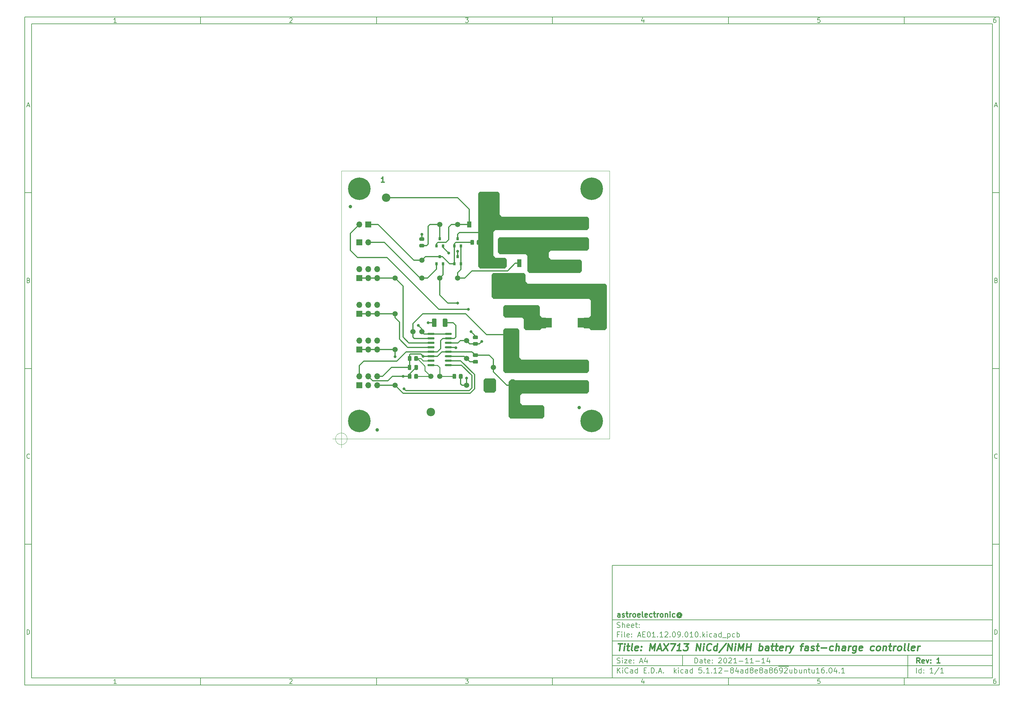
<source format=gbr>
%TF.GenerationSoftware,KiCad,Pcbnew,5.1.12-84ad8e8a86~92~ubuntu16.04.1*%
%TF.CreationDate,2021-11-14T14:14:53+01:00*%
%TF.ProjectId,AE01.12.09.010,41453031-2e31-4322-9e30-392e3031302e,1*%
%TF.SameCoordinates,Original*%
%TF.FileFunction,Copper,L1,Top*%
%TF.FilePolarity,Positive*%
%FSLAX46Y46*%
G04 Gerber Fmt 4.6, Leading zero omitted, Abs format (unit mm)*
G04 Created by KiCad (PCBNEW 5.1.12-84ad8e8a86~92~ubuntu16.04.1) date 2021-11-14 14:14:53*
%MOMM*%
%LPD*%
G01*
G04 APERTURE LIST*
%ADD10C,0.100000*%
%ADD11C,0.150000*%
%ADD12C,0.300000*%
%ADD13C,0.400000*%
%TA.AperFunction,NonConductor*%
%ADD14C,0.300000*%
%TD*%
%TA.AperFunction,Profile*%
%ADD15C,0.050000*%
%TD*%
%TA.AperFunction,SMDPad,CuDef*%
%ADD16C,1.500000*%
%TD*%
%TA.AperFunction,ComponentPad*%
%ADD17C,2.400000*%
%TD*%
%TA.AperFunction,ComponentPad*%
%ADD18O,2.400000X2.400000*%
%TD*%
%TA.AperFunction,ComponentPad*%
%ADD19C,0.800000*%
%TD*%
%TA.AperFunction,ComponentPad*%
%ADD20C,6.400000*%
%TD*%
%TA.AperFunction,ComponentPad*%
%ADD21R,2.600000X2.600000*%
%TD*%
%TA.AperFunction,ComponentPad*%
%ADD22C,2.600000*%
%TD*%
%TA.AperFunction,SMDPad,CuDef*%
%ADD23R,3.225800X2.743200*%
%TD*%
%TA.AperFunction,SMDPad,CuDef*%
%ADD24R,1.200000X2.200000*%
%TD*%
%TA.AperFunction,SMDPad,CuDef*%
%ADD25R,5.800000X6.400000*%
%TD*%
%TA.AperFunction,SMDPad,CuDef*%
%ADD26R,0.800000X0.900000*%
%TD*%
%TA.AperFunction,ComponentPad*%
%ADD27R,1.700000X1.700000*%
%TD*%
%TA.AperFunction,ComponentPad*%
%ADD28O,1.700000X1.700000*%
%TD*%
%TA.AperFunction,SMDPad,CuDef*%
%ADD29C,1.000000*%
%TD*%
%TA.AperFunction,SMDPad,CuDef*%
%ADD30R,3.300000X2.500000*%
%TD*%
%TA.AperFunction,SMDPad,CuDef*%
%ADD31R,1.300000X1.700000*%
%TD*%
%TA.AperFunction,ViaPad*%
%ADD32C,0.812800*%
%TD*%
%TA.AperFunction,Conductor*%
%ADD33C,0.304800*%
%TD*%
%TA.AperFunction,Conductor*%
%ADD34C,0.250000*%
%TD*%
%TA.AperFunction,Conductor*%
%ADD35C,0.254000*%
%TD*%
%TA.AperFunction,Conductor*%
%ADD36C,0.100000*%
%TD*%
G04 APERTURE END LIST*
D10*
D11*
X177002200Y-166007200D02*
X177002200Y-198007200D01*
X285002200Y-198007200D01*
X285002200Y-166007200D01*
X177002200Y-166007200D01*
D10*
D11*
X10000000Y-10000000D02*
X10000000Y-200007200D01*
X287002200Y-200007200D01*
X287002200Y-10000000D01*
X10000000Y-10000000D01*
D10*
D11*
X12000000Y-12000000D02*
X12000000Y-198007200D01*
X285002200Y-198007200D01*
X285002200Y-12000000D01*
X12000000Y-12000000D01*
D10*
D11*
X60000000Y-12000000D02*
X60000000Y-10000000D01*
D10*
D11*
X110000000Y-12000000D02*
X110000000Y-10000000D01*
D10*
D11*
X160000000Y-12000000D02*
X160000000Y-10000000D01*
D10*
D11*
X210000000Y-12000000D02*
X210000000Y-10000000D01*
D10*
D11*
X260000000Y-12000000D02*
X260000000Y-10000000D01*
D10*
D11*
X36065476Y-11588095D02*
X35322619Y-11588095D01*
X35694047Y-11588095D02*
X35694047Y-10288095D01*
X35570238Y-10473809D01*
X35446428Y-10597619D01*
X35322619Y-10659523D01*
D10*
D11*
X85322619Y-10411904D02*
X85384523Y-10350000D01*
X85508333Y-10288095D01*
X85817857Y-10288095D01*
X85941666Y-10350000D01*
X86003571Y-10411904D01*
X86065476Y-10535714D01*
X86065476Y-10659523D01*
X86003571Y-10845238D01*
X85260714Y-11588095D01*
X86065476Y-11588095D01*
D10*
D11*
X135260714Y-10288095D02*
X136065476Y-10288095D01*
X135632142Y-10783333D01*
X135817857Y-10783333D01*
X135941666Y-10845238D01*
X136003571Y-10907142D01*
X136065476Y-11030952D01*
X136065476Y-11340476D01*
X136003571Y-11464285D01*
X135941666Y-11526190D01*
X135817857Y-11588095D01*
X135446428Y-11588095D01*
X135322619Y-11526190D01*
X135260714Y-11464285D01*
D10*
D11*
X185941666Y-10721428D02*
X185941666Y-11588095D01*
X185632142Y-10226190D02*
X185322619Y-11154761D01*
X186127380Y-11154761D01*
D10*
D11*
X236003571Y-10288095D02*
X235384523Y-10288095D01*
X235322619Y-10907142D01*
X235384523Y-10845238D01*
X235508333Y-10783333D01*
X235817857Y-10783333D01*
X235941666Y-10845238D01*
X236003571Y-10907142D01*
X236065476Y-11030952D01*
X236065476Y-11340476D01*
X236003571Y-11464285D01*
X235941666Y-11526190D01*
X235817857Y-11588095D01*
X235508333Y-11588095D01*
X235384523Y-11526190D01*
X235322619Y-11464285D01*
D10*
D11*
X285941666Y-10288095D02*
X285694047Y-10288095D01*
X285570238Y-10350000D01*
X285508333Y-10411904D01*
X285384523Y-10597619D01*
X285322619Y-10845238D01*
X285322619Y-11340476D01*
X285384523Y-11464285D01*
X285446428Y-11526190D01*
X285570238Y-11588095D01*
X285817857Y-11588095D01*
X285941666Y-11526190D01*
X286003571Y-11464285D01*
X286065476Y-11340476D01*
X286065476Y-11030952D01*
X286003571Y-10907142D01*
X285941666Y-10845238D01*
X285817857Y-10783333D01*
X285570238Y-10783333D01*
X285446428Y-10845238D01*
X285384523Y-10907142D01*
X285322619Y-11030952D01*
D10*
D11*
X60000000Y-198007200D02*
X60000000Y-200007200D01*
D10*
D11*
X110000000Y-198007200D02*
X110000000Y-200007200D01*
D10*
D11*
X160000000Y-198007200D02*
X160000000Y-200007200D01*
D10*
D11*
X210000000Y-198007200D02*
X210000000Y-200007200D01*
D10*
D11*
X260000000Y-198007200D02*
X260000000Y-200007200D01*
D10*
D11*
X36065476Y-199595295D02*
X35322619Y-199595295D01*
X35694047Y-199595295D02*
X35694047Y-198295295D01*
X35570238Y-198481009D01*
X35446428Y-198604819D01*
X35322619Y-198666723D01*
D10*
D11*
X85322619Y-198419104D02*
X85384523Y-198357200D01*
X85508333Y-198295295D01*
X85817857Y-198295295D01*
X85941666Y-198357200D01*
X86003571Y-198419104D01*
X86065476Y-198542914D01*
X86065476Y-198666723D01*
X86003571Y-198852438D01*
X85260714Y-199595295D01*
X86065476Y-199595295D01*
D10*
D11*
X135260714Y-198295295D02*
X136065476Y-198295295D01*
X135632142Y-198790533D01*
X135817857Y-198790533D01*
X135941666Y-198852438D01*
X136003571Y-198914342D01*
X136065476Y-199038152D01*
X136065476Y-199347676D01*
X136003571Y-199471485D01*
X135941666Y-199533390D01*
X135817857Y-199595295D01*
X135446428Y-199595295D01*
X135322619Y-199533390D01*
X135260714Y-199471485D01*
D10*
D11*
X185941666Y-198728628D02*
X185941666Y-199595295D01*
X185632142Y-198233390D02*
X185322619Y-199161961D01*
X186127380Y-199161961D01*
D10*
D11*
X236003571Y-198295295D02*
X235384523Y-198295295D01*
X235322619Y-198914342D01*
X235384523Y-198852438D01*
X235508333Y-198790533D01*
X235817857Y-198790533D01*
X235941666Y-198852438D01*
X236003571Y-198914342D01*
X236065476Y-199038152D01*
X236065476Y-199347676D01*
X236003571Y-199471485D01*
X235941666Y-199533390D01*
X235817857Y-199595295D01*
X235508333Y-199595295D01*
X235384523Y-199533390D01*
X235322619Y-199471485D01*
D10*
D11*
X285941666Y-198295295D02*
X285694047Y-198295295D01*
X285570238Y-198357200D01*
X285508333Y-198419104D01*
X285384523Y-198604819D01*
X285322619Y-198852438D01*
X285322619Y-199347676D01*
X285384523Y-199471485D01*
X285446428Y-199533390D01*
X285570238Y-199595295D01*
X285817857Y-199595295D01*
X285941666Y-199533390D01*
X286003571Y-199471485D01*
X286065476Y-199347676D01*
X286065476Y-199038152D01*
X286003571Y-198914342D01*
X285941666Y-198852438D01*
X285817857Y-198790533D01*
X285570238Y-198790533D01*
X285446428Y-198852438D01*
X285384523Y-198914342D01*
X285322619Y-199038152D01*
D10*
D11*
X10000000Y-60000000D02*
X12000000Y-60000000D01*
D10*
D11*
X10000000Y-110000000D02*
X12000000Y-110000000D01*
D10*
D11*
X10000000Y-160000000D02*
X12000000Y-160000000D01*
D10*
D11*
X10690476Y-35216666D02*
X11309523Y-35216666D01*
X10566666Y-35588095D02*
X11000000Y-34288095D01*
X11433333Y-35588095D01*
D10*
D11*
X11092857Y-84907142D02*
X11278571Y-84969047D01*
X11340476Y-85030952D01*
X11402380Y-85154761D01*
X11402380Y-85340476D01*
X11340476Y-85464285D01*
X11278571Y-85526190D01*
X11154761Y-85588095D01*
X10659523Y-85588095D01*
X10659523Y-84288095D01*
X11092857Y-84288095D01*
X11216666Y-84350000D01*
X11278571Y-84411904D01*
X11340476Y-84535714D01*
X11340476Y-84659523D01*
X11278571Y-84783333D01*
X11216666Y-84845238D01*
X11092857Y-84907142D01*
X10659523Y-84907142D01*
D10*
D11*
X11402380Y-135464285D02*
X11340476Y-135526190D01*
X11154761Y-135588095D01*
X11030952Y-135588095D01*
X10845238Y-135526190D01*
X10721428Y-135402380D01*
X10659523Y-135278571D01*
X10597619Y-135030952D01*
X10597619Y-134845238D01*
X10659523Y-134597619D01*
X10721428Y-134473809D01*
X10845238Y-134350000D01*
X11030952Y-134288095D01*
X11154761Y-134288095D01*
X11340476Y-134350000D01*
X11402380Y-134411904D01*
D10*
D11*
X10659523Y-185588095D02*
X10659523Y-184288095D01*
X10969047Y-184288095D01*
X11154761Y-184350000D01*
X11278571Y-184473809D01*
X11340476Y-184597619D01*
X11402380Y-184845238D01*
X11402380Y-185030952D01*
X11340476Y-185278571D01*
X11278571Y-185402380D01*
X11154761Y-185526190D01*
X10969047Y-185588095D01*
X10659523Y-185588095D01*
D10*
D11*
X287002200Y-60000000D02*
X285002200Y-60000000D01*
D10*
D11*
X287002200Y-110000000D02*
X285002200Y-110000000D01*
D10*
D11*
X287002200Y-160000000D02*
X285002200Y-160000000D01*
D10*
D11*
X285692676Y-35216666D02*
X286311723Y-35216666D01*
X285568866Y-35588095D02*
X286002200Y-34288095D01*
X286435533Y-35588095D01*
D10*
D11*
X286095057Y-84907142D02*
X286280771Y-84969047D01*
X286342676Y-85030952D01*
X286404580Y-85154761D01*
X286404580Y-85340476D01*
X286342676Y-85464285D01*
X286280771Y-85526190D01*
X286156961Y-85588095D01*
X285661723Y-85588095D01*
X285661723Y-84288095D01*
X286095057Y-84288095D01*
X286218866Y-84350000D01*
X286280771Y-84411904D01*
X286342676Y-84535714D01*
X286342676Y-84659523D01*
X286280771Y-84783333D01*
X286218866Y-84845238D01*
X286095057Y-84907142D01*
X285661723Y-84907142D01*
D10*
D11*
X286404580Y-135464285D02*
X286342676Y-135526190D01*
X286156961Y-135588095D01*
X286033152Y-135588095D01*
X285847438Y-135526190D01*
X285723628Y-135402380D01*
X285661723Y-135278571D01*
X285599819Y-135030952D01*
X285599819Y-134845238D01*
X285661723Y-134597619D01*
X285723628Y-134473809D01*
X285847438Y-134350000D01*
X286033152Y-134288095D01*
X286156961Y-134288095D01*
X286342676Y-134350000D01*
X286404580Y-134411904D01*
D10*
D11*
X285661723Y-185588095D02*
X285661723Y-184288095D01*
X285971247Y-184288095D01*
X286156961Y-184350000D01*
X286280771Y-184473809D01*
X286342676Y-184597619D01*
X286404580Y-184845238D01*
X286404580Y-185030952D01*
X286342676Y-185278571D01*
X286280771Y-185402380D01*
X286156961Y-185526190D01*
X285971247Y-185588095D01*
X285661723Y-185588095D01*
D10*
D11*
X200434342Y-193785771D02*
X200434342Y-192285771D01*
X200791485Y-192285771D01*
X201005771Y-192357200D01*
X201148628Y-192500057D01*
X201220057Y-192642914D01*
X201291485Y-192928628D01*
X201291485Y-193142914D01*
X201220057Y-193428628D01*
X201148628Y-193571485D01*
X201005771Y-193714342D01*
X200791485Y-193785771D01*
X200434342Y-193785771D01*
X202577200Y-193785771D02*
X202577200Y-193000057D01*
X202505771Y-192857200D01*
X202362914Y-192785771D01*
X202077200Y-192785771D01*
X201934342Y-192857200D01*
X202577200Y-193714342D02*
X202434342Y-193785771D01*
X202077200Y-193785771D01*
X201934342Y-193714342D01*
X201862914Y-193571485D01*
X201862914Y-193428628D01*
X201934342Y-193285771D01*
X202077200Y-193214342D01*
X202434342Y-193214342D01*
X202577200Y-193142914D01*
X203077200Y-192785771D02*
X203648628Y-192785771D01*
X203291485Y-192285771D02*
X203291485Y-193571485D01*
X203362914Y-193714342D01*
X203505771Y-193785771D01*
X203648628Y-193785771D01*
X204720057Y-193714342D02*
X204577200Y-193785771D01*
X204291485Y-193785771D01*
X204148628Y-193714342D01*
X204077200Y-193571485D01*
X204077200Y-193000057D01*
X204148628Y-192857200D01*
X204291485Y-192785771D01*
X204577200Y-192785771D01*
X204720057Y-192857200D01*
X204791485Y-193000057D01*
X204791485Y-193142914D01*
X204077200Y-193285771D01*
X205434342Y-193642914D02*
X205505771Y-193714342D01*
X205434342Y-193785771D01*
X205362914Y-193714342D01*
X205434342Y-193642914D01*
X205434342Y-193785771D01*
X205434342Y-192857200D02*
X205505771Y-192928628D01*
X205434342Y-193000057D01*
X205362914Y-192928628D01*
X205434342Y-192857200D01*
X205434342Y-193000057D01*
X207220057Y-192428628D02*
X207291485Y-192357200D01*
X207434342Y-192285771D01*
X207791485Y-192285771D01*
X207934342Y-192357200D01*
X208005771Y-192428628D01*
X208077200Y-192571485D01*
X208077200Y-192714342D01*
X208005771Y-192928628D01*
X207148628Y-193785771D01*
X208077200Y-193785771D01*
X209005771Y-192285771D02*
X209148628Y-192285771D01*
X209291485Y-192357200D01*
X209362914Y-192428628D01*
X209434342Y-192571485D01*
X209505771Y-192857200D01*
X209505771Y-193214342D01*
X209434342Y-193500057D01*
X209362914Y-193642914D01*
X209291485Y-193714342D01*
X209148628Y-193785771D01*
X209005771Y-193785771D01*
X208862914Y-193714342D01*
X208791485Y-193642914D01*
X208720057Y-193500057D01*
X208648628Y-193214342D01*
X208648628Y-192857200D01*
X208720057Y-192571485D01*
X208791485Y-192428628D01*
X208862914Y-192357200D01*
X209005771Y-192285771D01*
X210077200Y-192428628D02*
X210148628Y-192357200D01*
X210291485Y-192285771D01*
X210648628Y-192285771D01*
X210791485Y-192357200D01*
X210862914Y-192428628D01*
X210934342Y-192571485D01*
X210934342Y-192714342D01*
X210862914Y-192928628D01*
X210005771Y-193785771D01*
X210934342Y-193785771D01*
X212362914Y-193785771D02*
X211505771Y-193785771D01*
X211934342Y-193785771D02*
X211934342Y-192285771D01*
X211791485Y-192500057D01*
X211648628Y-192642914D01*
X211505771Y-192714342D01*
X213005771Y-193214342D02*
X214148628Y-193214342D01*
X215648628Y-193785771D02*
X214791485Y-193785771D01*
X215220057Y-193785771D02*
X215220057Y-192285771D01*
X215077200Y-192500057D01*
X214934342Y-192642914D01*
X214791485Y-192714342D01*
X217077200Y-193785771D02*
X216220057Y-193785771D01*
X216648628Y-193785771D02*
X216648628Y-192285771D01*
X216505771Y-192500057D01*
X216362914Y-192642914D01*
X216220057Y-192714342D01*
X217720057Y-193214342D02*
X218862914Y-193214342D01*
X220362914Y-193785771D02*
X219505771Y-193785771D01*
X219934342Y-193785771D02*
X219934342Y-192285771D01*
X219791485Y-192500057D01*
X219648628Y-192642914D01*
X219505771Y-192714342D01*
X221648628Y-192785771D02*
X221648628Y-193785771D01*
X221291485Y-192214342D02*
X220934342Y-193285771D01*
X221862914Y-193285771D01*
D10*
D11*
X177002200Y-194507200D02*
X285002200Y-194507200D01*
D10*
D11*
X178434342Y-196585771D02*
X178434342Y-195085771D01*
X179291485Y-196585771D02*
X178648628Y-195728628D01*
X179291485Y-195085771D02*
X178434342Y-195942914D01*
X179934342Y-196585771D02*
X179934342Y-195585771D01*
X179934342Y-195085771D02*
X179862914Y-195157200D01*
X179934342Y-195228628D01*
X180005771Y-195157200D01*
X179934342Y-195085771D01*
X179934342Y-195228628D01*
X181505771Y-196442914D02*
X181434342Y-196514342D01*
X181220057Y-196585771D01*
X181077200Y-196585771D01*
X180862914Y-196514342D01*
X180720057Y-196371485D01*
X180648628Y-196228628D01*
X180577200Y-195942914D01*
X180577200Y-195728628D01*
X180648628Y-195442914D01*
X180720057Y-195300057D01*
X180862914Y-195157200D01*
X181077200Y-195085771D01*
X181220057Y-195085771D01*
X181434342Y-195157200D01*
X181505771Y-195228628D01*
X182791485Y-196585771D02*
X182791485Y-195800057D01*
X182720057Y-195657200D01*
X182577200Y-195585771D01*
X182291485Y-195585771D01*
X182148628Y-195657200D01*
X182791485Y-196514342D02*
X182648628Y-196585771D01*
X182291485Y-196585771D01*
X182148628Y-196514342D01*
X182077200Y-196371485D01*
X182077200Y-196228628D01*
X182148628Y-196085771D01*
X182291485Y-196014342D01*
X182648628Y-196014342D01*
X182791485Y-195942914D01*
X184148628Y-196585771D02*
X184148628Y-195085771D01*
X184148628Y-196514342D02*
X184005771Y-196585771D01*
X183720057Y-196585771D01*
X183577200Y-196514342D01*
X183505771Y-196442914D01*
X183434342Y-196300057D01*
X183434342Y-195871485D01*
X183505771Y-195728628D01*
X183577200Y-195657200D01*
X183720057Y-195585771D01*
X184005771Y-195585771D01*
X184148628Y-195657200D01*
X186005771Y-195800057D02*
X186505771Y-195800057D01*
X186720057Y-196585771D02*
X186005771Y-196585771D01*
X186005771Y-195085771D01*
X186720057Y-195085771D01*
X187362914Y-196442914D02*
X187434342Y-196514342D01*
X187362914Y-196585771D01*
X187291485Y-196514342D01*
X187362914Y-196442914D01*
X187362914Y-196585771D01*
X188077200Y-196585771D02*
X188077200Y-195085771D01*
X188434342Y-195085771D01*
X188648628Y-195157200D01*
X188791485Y-195300057D01*
X188862914Y-195442914D01*
X188934342Y-195728628D01*
X188934342Y-195942914D01*
X188862914Y-196228628D01*
X188791485Y-196371485D01*
X188648628Y-196514342D01*
X188434342Y-196585771D01*
X188077200Y-196585771D01*
X189577200Y-196442914D02*
X189648628Y-196514342D01*
X189577200Y-196585771D01*
X189505771Y-196514342D01*
X189577200Y-196442914D01*
X189577200Y-196585771D01*
X190220057Y-196157200D02*
X190934342Y-196157200D01*
X190077200Y-196585771D02*
X190577200Y-195085771D01*
X191077200Y-196585771D01*
X191577200Y-196442914D02*
X191648628Y-196514342D01*
X191577200Y-196585771D01*
X191505771Y-196514342D01*
X191577200Y-196442914D01*
X191577200Y-196585771D01*
X194577200Y-196585771D02*
X194577200Y-195085771D01*
X194720057Y-196014342D02*
X195148628Y-196585771D01*
X195148628Y-195585771D02*
X194577200Y-196157200D01*
X195791485Y-196585771D02*
X195791485Y-195585771D01*
X195791485Y-195085771D02*
X195720057Y-195157200D01*
X195791485Y-195228628D01*
X195862914Y-195157200D01*
X195791485Y-195085771D01*
X195791485Y-195228628D01*
X197148628Y-196514342D02*
X197005771Y-196585771D01*
X196720057Y-196585771D01*
X196577200Y-196514342D01*
X196505771Y-196442914D01*
X196434342Y-196300057D01*
X196434342Y-195871485D01*
X196505771Y-195728628D01*
X196577200Y-195657200D01*
X196720057Y-195585771D01*
X197005771Y-195585771D01*
X197148628Y-195657200D01*
X198434342Y-196585771D02*
X198434342Y-195800057D01*
X198362914Y-195657200D01*
X198220057Y-195585771D01*
X197934342Y-195585771D01*
X197791485Y-195657200D01*
X198434342Y-196514342D02*
X198291485Y-196585771D01*
X197934342Y-196585771D01*
X197791485Y-196514342D01*
X197720057Y-196371485D01*
X197720057Y-196228628D01*
X197791485Y-196085771D01*
X197934342Y-196014342D01*
X198291485Y-196014342D01*
X198434342Y-195942914D01*
X199791485Y-196585771D02*
X199791485Y-195085771D01*
X199791485Y-196514342D02*
X199648628Y-196585771D01*
X199362914Y-196585771D01*
X199220057Y-196514342D01*
X199148628Y-196442914D01*
X199077200Y-196300057D01*
X199077200Y-195871485D01*
X199148628Y-195728628D01*
X199220057Y-195657200D01*
X199362914Y-195585771D01*
X199648628Y-195585771D01*
X199791485Y-195657200D01*
X202362914Y-195085771D02*
X201648628Y-195085771D01*
X201577200Y-195800057D01*
X201648628Y-195728628D01*
X201791485Y-195657200D01*
X202148628Y-195657200D01*
X202291485Y-195728628D01*
X202362914Y-195800057D01*
X202434342Y-195942914D01*
X202434342Y-196300057D01*
X202362914Y-196442914D01*
X202291485Y-196514342D01*
X202148628Y-196585771D01*
X201791485Y-196585771D01*
X201648628Y-196514342D01*
X201577200Y-196442914D01*
X203077200Y-196442914D02*
X203148628Y-196514342D01*
X203077200Y-196585771D01*
X203005771Y-196514342D01*
X203077200Y-196442914D01*
X203077200Y-196585771D01*
X204577200Y-196585771D02*
X203720057Y-196585771D01*
X204148628Y-196585771D02*
X204148628Y-195085771D01*
X204005771Y-195300057D01*
X203862914Y-195442914D01*
X203720057Y-195514342D01*
X205220057Y-196442914D02*
X205291485Y-196514342D01*
X205220057Y-196585771D01*
X205148628Y-196514342D01*
X205220057Y-196442914D01*
X205220057Y-196585771D01*
X206720057Y-196585771D02*
X205862914Y-196585771D01*
X206291485Y-196585771D02*
X206291485Y-195085771D01*
X206148628Y-195300057D01*
X206005771Y-195442914D01*
X205862914Y-195514342D01*
X207291485Y-195228628D02*
X207362914Y-195157200D01*
X207505771Y-195085771D01*
X207862914Y-195085771D01*
X208005771Y-195157200D01*
X208077200Y-195228628D01*
X208148628Y-195371485D01*
X208148628Y-195514342D01*
X208077200Y-195728628D01*
X207220057Y-196585771D01*
X208148628Y-196585771D01*
X208791485Y-196014342D02*
X209934342Y-196014342D01*
X210862914Y-195728628D02*
X210720057Y-195657200D01*
X210648628Y-195585771D01*
X210577200Y-195442914D01*
X210577200Y-195371485D01*
X210648628Y-195228628D01*
X210720057Y-195157200D01*
X210862914Y-195085771D01*
X211148628Y-195085771D01*
X211291485Y-195157200D01*
X211362914Y-195228628D01*
X211434342Y-195371485D01*
X211434342Y-195442914D01*
X211362914Y-195585771D01*
X211291485Y-195657200D01*
X211148628Y-195728628D01*
X210862914Y-195728628D01*
X210720057Y-195800057D01*
X210648628Y-195871485D01*
X210577200Y-196014342D01*
X210577200Y-196300057D01*
X210648628Y-196442914D01*
X210720057Y-196514342D01*
X210862914Y-196585771D01*
X211148628Y-196585771D01*
X211291485Y-196514342D01*
X211362914Y-196442914D01*
X211434342Y-196300057D01*
X211434342Y-196014342D01*
X211362914Y-195871485D01*
X211291485Y-195800057D01*
X211148628Y-195728628D01*
X212720057Y-195585771D02*
X212720057Y-196585771D01*
X212362914Y-195014342D02*
X212005771Y-196085771D01*
X212934342Y-196085771D01*
X214148628Y-196585771D02*
X214148628Y-195800057D01*
X214077200Y-195657200D01*
X213934342Y-195585771D01*
X213648628Y-195585771D01*
X213505771Y-195657200D01*
X214148628Y-196514342D02*
X214005771Y-196585771D01*
X213648628Y-196585771D01*
X213505771Y-196514342D01*
X213434342Y-196371485D01*
X213434342Y-196228628D01*
X213505771Y-196085771D01*
X213648628Y-196014342D01*
X214005771Y-196014342D01*
X214148628Y-195942914D01*
X215505771Y-196585771D02*
X215505771Y-195085771D01*
X215505771Y-196514342D02*
X215362914Y-196585771D01*
X215077200Y-196585771D01*
X214934342Y-196514342D01*
X214862914Y-196442914D01*
X214791485Y-196300057D01*
X214791485Y-195871485D01*
X214862914Y-195728628D01*
X214934342Y-195657200D01*
X215077200Y-195585771D01*
X215362914Y-195585771D01*
X215505771Y-195657200D01*
X216434342Y-195728628D02*
X216291485Y-195657200D01*
X216220057Y-195585771D01*
X216148628Y-195442914D01*
X216148628Y-195371485D01*
X216220057Y-195228628D01*
X216291485Y-195157200D01*
X216434342Y-195085771D01*
X216720057Y-195085771D01*
X216862914Y-195157200D01*
X216934342Y-195228628D01*
X217005771Y-195371485D01*
X217005771Y-195442914D01*
X216934342Y-195585771D01*
X216862914Y-195657200D01*
X216720057Y-195728628D01*
X216434342Y-195728628D01*
X216291485Y-195800057D01*
X216220057Y-195871485D01*
X216148628Y-196014342D01*
X216148628Y-196300057D01*
X216220057Y-196442914D01*
X216291485Y-196514342D01*
X216434342Y-196585771D01*
X216720057Y-196585771D01*
X216862914Y-196514342D01*
X216934342Y-196442914D01*
X217005771Y-196300057D01*
X217005771Y-196014342D01*
X216934342Y-195871485D01*
X216862914Y-195800057D01*
X216720057Y-195728628D01*
X218220057Y-196514342D02*
X218077200Y-196585771D01*
X217791485Y-196585771D01*
X217648628Y-196514342D01*
X217577200Y-196371485D01*
X217577200Y-195800057D01*
X217648628Y-195657200D01*
X217791485Y-195585771D01*
X218077200Y-195585771D01*
X218220057Y-195657200D01*
X218291485Y-195800057D01*
X218291485Y-195942914D01*
X217577200Y-196085771D01*
X219148628Y-195728628D02*
X219005771Y-195657200D01*
X218934342Y-195585771D01*
X218862914Y-195442914D01*
X218862914Y-195371485D01*
X218934342Y-195228628D01*
X219005771Y-195157200D01*
X219148628Y-195085771D01*
X219434342Y-195085771D01*
X219577200Y-195157200D01*
X219648628Y-195228628D01*
X219720057Y-195371485D01*
X219720057Y-195442914D01*
X219648628Y-195585771D01*
X219577200Y-195657200D01*
X219434342Y-195728628D01*
X219148628Y-195728628D01*
X219005771Y-195800057D01*
X218934342Y-195871485D01*
X218862914Y-196014342D01*
X218862914Y-196300057D01*
X218934342Y-196442914D01*
X219005771Y-196514342D01*
X219148628Y-196585771D01*
X219434342Y-196585771D01*
X219577200Y-196514342D01*
X219648628Y-196442914D01*
X219720057Y-196300057D01*
X219720057Y-196014342D01*
X219648628Y-195871485D01*
X219577200Y-195800057D01*
X219434342Y-195728628D01*
X221005771Y-196585771D02*
X221005771Y-195800057D01*
X220934342Y-195657200D01*
X220791485Y-195585771D01*
X220505771Y-195585771D01*
X220362914Y-195657200D01*
X221005771Y-196514342D02*
X220862914Y-196585771D01*
X220505771Y-196585771D01*
X220362914Y-196514342D01*
X220291485Y-196371485D01*
X220291485Y-196228628D01*
X220362914Y-196085771D01*
X220505771Y-196014342D01*
X220862914Y-196014342D01*
X221005771Y-195942914D01*
X221934342Y-195728628D02*
X221791485Y-195657200D01*
X221720057Y-195585771D01*
X221648628Y-195442914D01*
X221648628Y-195371485D01*
X221720057Y-195228628D01*
X221791485Y-195157200D01*
X221934342Y-195085771D01*
X222220057Y-195085771D01*
X222362914Y-195157200D01*
X222434342Y-195228628D01*
X222505771Y-195371485D01*
X222505771Y-195442914D01*
X222434342Y-195585771D01*
X222362914Y-195657200D01*
X222220057Y-195728628D01*
X221934342Y-195728628D01*
X221791485Y-195800057D01*
X221720057Y-195871485D01*
X221648628Y-196014342D01*
X221648628Y-196300057D01*
X221720057Y-196442914D01*
X221791485Y-196514342D01*
X221934342Y-196585771D01*
X222220057Y-196585771D01*
X222362914Y-196514342D01*
X222434342Y-196442914D01*
X222505771Y-196300057D01*
X222505771Y-196014342D01*
X222434342Y-195871485D01*
X222362914Y-195800057D01*
X222220057Y-195728628D01*
X223791485Y-195085771D02*
X223505771Y-195085771D01*
X223362914Y-195157200D01*
X223291485Y-195228628D01*
X223148628Y-195442914D01*
X223077200Y-195728628D01*
X223077200Y-196300057D01*
X223148628Y-196442914D01*
X223220057Y-196514342D01*
X223362914Y-196585771D01*
X223648628Y-196585771D01*
X223791485Y-196514342D01*
X223862914Y-196442914D01*
X223934342Y-196300057D01*
X223934342Y-195942914D01*
X223862914Y-195800057D01*
X223791485Y-195728628D01*
X223648628Y-195657200D01*
X223362914Y-195657200D01*
X223220057Y-195728628D01*
X223148628Y-195800057D01*
X223077200Y-195942914D01*
X224220057Y-194677200D02*
X225648628Y-194677200D01*
X224648628Y-196585771D02*
X224934342Y-196585771D01*
X225077200Y-196514342D01*
X225148628Y-196442914D01*
X225291485Y-196228628D01*
X225362914Y-195942914D01*
X225362914Y-195371485D01*
X225291485Y-195228628D01*
X225220057Y-195157200D01*
X225077200Y-195085771D01*
X224791485Y-195085771D01*
X224648628Y-195157200D01*
X224577200Y-195228628D01*
X224505771Y-195371485D01*
X224505771Y-195728628D01*
X224577200Y-195871485D01*
X224648628Y-195942914D01*
X224791485Y-196014342D01*
X225077200Y-196014342D01*
X225220057Y-195942914D01*
X225291485Y-195871485D01*
X225362914Y-195728628D01*
X225648628Y-194677200D02*
X227077199Y-194677200D01*
X225934342Y-195228628D02*
X226005771Y-195157200D01*
X226148628Y-195085771D01*
X226505771Y-195085771D01*
X226648628Y-195157200D01*
X226720057Y-195228628D01*
X226791485Y-195371485D01*
X226791485Y-195514342D01*
X226720057Y-195728628D01*
X225862914Y-196585771D01*
X226791485Y-196585771D01*
X228077199Y-195585771D02*
X228077199Y-196585771D01*
X227434342Y-195585771D02*
X227434342Y-196371485D01*
X227505771Y-196514342D01*
X227648628Y-196585771D01*
X227862914Y-196585771D01*
X228005771Y-196514342D01*
X228077199Y-196442914D01*
X228791485Y-196585771D02*
X228791485Y-195085771D01*
X228791485Y-195657200D02*
X228934342Y-195585771D01*
X229220057Y-195585771D01*
X229362914Y-195657200D01*
X229434342Y-195728628D01*
X229505771Y-195871485D01*
X229505771Y-196300057D01*
X229434342Y-196442914D01*
X229362914Y-196514342D01*
X229220057Y-196585771D01*
X228934342Y-196585771D01*
X228791485Y-196514342D01*
X230791485Y-195585771D02*
X230791485Y-196585771D01*
X230148628Y-195585771D02*
X230148628Y-196371485D01*
X230220057Y-196514342D01*
X230362914Y-196585771D01*
X230577199Y-196585771D01*
X230720057Y-196514342D01*
X230791485Y-196442914D01*
X231505771Y-195585771D02*
X231505771Y-196585771D01*
X231505771Y-195728628D02*
X231577199Y-195657200D01*
X231720057Y-195585771D01*
X231934342Y-195585771D01*
X232077199Y-195657200D01*
X232148628Y-195800057D01*
X232148628Y-196585771D01*
X232648628Y-195585771D02*
X233220057Y-195585771D01*
X232862914Y-195085771D02*
X232862914Y-196371485D01*
X232934342Y-196514342D01*
X233077200Y-196585771D01*
X233220057Y-196585771D01*
X234362914Y-195585771D02*
X234362914Y-196585771D01*
X233720057Y-195585771D02*
X233720057Y-196371485D01*
X233791485Y-196514342D01*
X233934342Y-196585771D01*
X234148628Y-196585771D01*
X234291485Y-196514342D01*
X234362914Y-196442914D01*
X235862914Y-196585771D02*
X235005771Y-196585771D01*
X235434342Y-196585771D02*
X235434342Y-195085771D01*
X235291485Y-195300057D01*
X235148628Y-195442914D01*
X235005771Y-195514342D01*
X237148628Y-195085771D02*
X236862914Y-195085771D01*
X236720057Y-195157200D01*
X236648628Y-195228628D01*
X236505771Y-195442914D01*
X236434342Y-195728628D01*
X236434342Y-196300057D01*
X236505771Y-196442914D01*
X236577199Y-196514342D01*
X236720057Y-196585771D01*
X237005771Y-196585771D01*
X237148628Y-196514342D01*
X237220057Y-196442914D01*
X237291485Y-196300057D01*
X237291485Y-195942914D01*
X237220057Y-195800057D01*
X237148628Y-195728628D01*
X237005771Y-195657200D01*
X236720057Y-195657200D01*
X236577199Y-195728628D01*
X236505771Y-195800057D01*
X236434342Y-195942914D01*
X237934342Y-196442914D02*
X238005771Y-196514342D01*
X237934342Y-196585771D01*
X237862914Y-196514342D01*
X237934342Y-196442914D01*
X237934342Y-196585771D01*
X238934342Y-195085771D02*
X239077199Y-195085771D01*
X239220057Y-195157200D01*
X239291485Y-195228628D01*
X239362914Y-195371485D01*
X239434342Y-195657200D01*
X239434342Y-196014342D01*
X239362914Y-196300057D01*
X239291485Y-196442914D01*
X239220057Y-196514342D01*
X239077199Y-196585771D01*
X238934342Y-196585771D01*
X238791485Y-196514342D01*
X238720057Y-196442914D01*
X238648628Y-196300057D01*
X238577199Y-196014342D01*
X238577199Y-195657200D01*
X238648628Y-195371485D01*
X238720057Y-195228628D01*
X238791485Y-195157200D01*
X238934342Y-195085771D01*
X240720057Y-195585771D02*
X240720057Y-196585771D01*
X240362914Y-195014342D02*
X240005771Y-196085771D01*
X240934342Y-196085771D01*
X241505771Y-196442914D02*
X241577199Y-196514342D01*
X241505771Y-196585771D01*
X241434342Y-196514342D01*
X241505771Y-196442914D01*
X241505771Y-196585771D01*
X243005771Y-196585771D02*
X242148628Y-196585771D01*
X242577199Y-196585771D02*
X242577199Y-195085771D01*
X242434342Y-195300057D01*
X242291485Y-195442914D01*
X242148628Y-195514342D01*
D10*
D11*
X177002200Y-191507200D02*
X285002200Y-191507200D01*
D10*
D12*
X264411485Y-193785771D02*
X263911485Y-193071485D01*
X263554342Y-193785771D02*
X263554342Y-192285771D01*
X264125771Y-192285771D01*
X264268628Y-192357200D01*
X264340057Y-192428628D01*
X264411485Y-192571485D01*
X264411485Y-192785771D01*
X264340057Y-192928628D01*
X264268628Y-193000057D01*
X264125771Y-193071485D01*
X263554342Y-193071485D01*
X265625771Y-193714342D02*
X265482914Y-193785771D01*
X265197200Y-193785771D01*
X265054342Y-193714342D01*
X264982914Y-193571485D01*
X264982914Y-193000057D01*
X265054342Y-192857200D01*
X265197200Y-192785771D01*
X265482914Y-192785771D01*
X265625771Y-192857200D01*
X265697200Y-193000057D01*
X265697200Y-193142914D01*
X264982914Y-193285771D01*
X266197200Y-192785771D02*
X266554342Y-193785771D01*
X266911485Y-192785771D01*
X267482914Y-193642914D02*
X267554342Y-193714342D01*
X267482914Y-193785771D01*
X267411485Y-193714342D01*
X267482914Y-193642914D01*
X267482914Y-193785771D01*
X267482914Y-192857200D02*
X267554342Y-192928628D01*
X267482914Y-193000057D01*
X267411485Y-192928628D01*
X267482914Y-192857200D01*
X267482914Y-193000057D01*
X270125771Y-193785771D02*
X269268628Y-193785771D01*
X269697200Y-193785771D02*
X269697200Y-192285771D01*
X269554342Y-192500057D01*
X269411485Y-192642914D01*
X269268628Y-192714342D01*
D10*
D11*
X178362914Y-193714342D02*
X178577200Y-193785771D01*
X178934342Y-193785771D01*
X179077200Y-193714342D01*
X179148628Y-193642914D01*
X179220057Y-193500057D01*
X179220057Y-193357200D01*
X179148628Y-193214342D01*
X179077200Y-193142914D01*
X178934342Y-193071485D01*
X178648628Y-193000057D01*
X178505771Y-192928628D01*
X178434342Y-192857200D01*
X178362914Y-192714342D01*
X178362914Y-192571485D01*
X178434342Y-192428628D01*
X178505771Y-192357200D01*
X178648628Y-192285771D01*
X179005771Y-192285771D01*
X179220057Y-192357200D01*
X179862914Y-193785771D02*
X179862914Y-192785771D01*
X179862914Y-192285771D02*
X179791485Y-192357200D01*
X179862914Y-192428628D01*
X179934342Y-192357200D01*
X179862914Y-192285771D01*
X179862914Y-192428628D01*
X180434342Y-192785771D02*
X181220057Y-192785771D01*
X180434342Y-193785771D01*
X181220057Y-193785771D01*
X182362914Y-193714342D02*
X182220057Y-193785771D01*
X181934342Y-193785771D01*
X181791485Y-193714342D01*
X181720057Y-193571485D01*
X181720057Y-193000057D01*
X181791485Y-192857200D01*
X181934342Y-192785771D01*
X182220057Y-192785771D01*
X182362914Y-192857200D01*
X182434342Y-193000057D01*
X182434342Y-193142914D01*
X181720057Y-193285771D01*
X183077200Y-193642914D02*
X183148628Y-193714342D01*
X183077200Y-193785771D01*
X183005771Y-193714342D01*
X183077200Y-193642914D01*
X183077200Y-193785771D01*
X183077200Y-192857200D02*
X183148628Y-192928628D01*
X183077200Y-193000057D01*
X183005771Y-192928628D01*
X183077200Y-192857200D01*
X183077200Y-193000057D01*
X184862914Y-193357200D02*
X185577200Y-193357200D01*
X184720057Y-193785771D02*
X185220057Y-192285771D01*
X185720057Y-193785771D01*
X186862914Y-192785771D02*
X186862914Y-193785771D01*
X186505771Y-192214342D02*
X186148628Y-193285771D01*
X187077200Y-193285771D01*
D10*
D11*
X263434342Y-196585771D02*
X263434342Y-195085771D01*
X264791485Y-196585771D02*
X264791485Y-195085771D01*
X264791485Y-196514342D02*
X264648628Y-196585771D01*
X264362914Y-196585771D01*
X264220057Y-196514342D01*
X264148628Y-196442914D01*
X264077200Y-196300057D01*
X264077200Y-195871485D01*
X264148628Y-195728628D01*
X264220057Y-195657200D01*
X264362914Y-195585771D01*
X264648628Y-195585771D01*
X264791485Y-195657200D01*
X265505771Y-196442914D02*
X265577200Y-196514342D01*
X265505771Y-196585771D01*
X265434342Y-196514342D01*
X265505771Y-196442914D01*
X265505771Y-196585771D01*
X265505771Y-195657200D02*
X265577200Y-195728628D01*
X265505771Y-195800057D01*
X265434342Y-195728628D01*
X265505771Y-195657200D01*
X265505771Y-195800057D01*
X268148628Y-196585771D02*
X267291485Y-196585771D01*
X267720057Y-196585771D02*
X267720057Y-195085771D01*
X267577200Y-195300057D01*
X267434342Y-195442914D01*
X267291485Y-195514342D01*
X269862914Y-195014342D02*
X268577200Y-196942914D01*
X271148628Y-196585771D02*
X270291485Y-196585771D01*
X270720057Y-196585771D02*
X270720057Y-195085771D01*
X270577200Y-195300057D01*
X270434342Y-195442914D01*
X270291485Y-195514342D01*
D10*
D11*
X177002200Y-187507200D02*
X285002200Y-187507200D01*
D10*
D13*
X178714580Y-188211961D02*
X179857438Y-188211961D01*
X179036009Y-190211961D02*
X179286009Y-188211961D01*
X180274104Y-190211961D02*
X180440771Y-188878628D01*
X180524104Y-188211961D02*
X180416961Y-188307200D01*
X180500295Y-188402438D01*
X180607438Y-188307200D01*
X180524104Y-188211961D01*
X180500295Y-188402438D01*
X181107438Y-188878628D02*
X181869342Y-188878628D01*
X181476485Y-188211961D02*
X181262200Y-189926247D01*
X181333628Y-190116723D01*
X181512200Y-190211961D01*
X181702676Y-190211961D01*
X182655057Y-190211961D02*
X182476485Y-190116723D01*
X182405057Y-189926247D01*
X182619342Y-188211961D01*
X184190771Y-190116723D02*
X183988390Y-190211961D01*
X183607438Y-190211961D01*
X183428866Y-190116723D01*
X183357438Y-189926247D01*
X183452676Y-189164342D01*
X183571723Y-188973866D01*
X183774104Y-188878628D01*
X184155057Y-188878628D01*
X184333628Y-188973866D01*
X184405057Y-189164342D01*
X184381247Y-189354819D01*
X183405057Y-189545295D01*
X185155057Y-190021485D02*
X185238390Y-190116723D01*
X185131247Y-190211961D01*
X185047914Y-190116723D01*
X185155057Y-190021485D01*
X185131247Y-190211961D01*
X185286009Y-188973866D02*
X185369342Y-189069104D01*
X185262200Y-189164342D01*
X185178866Y-189069104D01*
X185286009Y-188973866D01*
X185262200Y-189164342D01*
X187607438Y-190211961D02*
X187857438Y-188211961D01*
X188345533Y-189640533D01*
X189190771Y-188211961D01*
X188940771Y-190211961D01*
X189869342Y-189640533D02*
X190821723Y-189640533D01*
X189607438Y-190211961D02*
X190524104Y-188211961D01*
X190940771Y-190211961D01*
X191666961Y-188211961D02*
X192750295Y-190211961D01*
X193000295Y-188211961D02*
X191416961Y-190211961D01*
X193571723Y-188211961D02*
X194905057Y-188211961D01*
X193797914Y-190211961D01*
X196464580Y-190211961D02*
X195321723Y-190211961D01*
X195893152Y-190211961D02*
X196143152Y-188211961D01*
X195916961Y-188497676D01*
X195702676Y-188688152D01*
X195500295Y-188783390D01*
X197381247Y-188211961D02*
X198619342Y-188211961D01*
X197857438Y-188973866D01*
X198143152Y-188973866D01*
X198321723Y-189069104D01*
X198405057Y-189164342D01*
X198476485Y-189354819D01*
X198416961Y-189831009D01*
X198297914Y-190021485D01*
X198190771Y-190116723D01*
X197988390Y-190211961D01*
X197416961Y-190211961D01*
X197238390Y-190116723D01*
X197155057Y-190021485D01*
X200750295Y-190211961D02*
X201000295Y-188211961D01*
X201893152Y-190211961D01*
X202143152Y-188211961D01*
X202845533Y-190211961D02*
X203012200Y-188878628D01*
X203095533Y-188211961D02*
X202988390Y-188307200D01*
X203071723Y-188402438D01*
X203178866Y-188307200D01*
X203095533Y-188211961D01*
X203071723Y-188402438D01*
X204964580Y-190021485D02*
X204857438Y-190116723D01*
X204559819Y-190211961D01*
X204369342Y-190211961D01*
X204095533Y-190116723D01*
X203928866Y-189926247D01*
X203857438Y-189735771D01*
X203809819Y-189354819D01*
X203845533Y-189069104D01*
X203988390Y-188688152D01*
X204107438Y-188497676D01*
X204321723Y-188307200D01*
X204619342Y-188211961D01*
X204809819Y-188211961D01*
X205083628Y-188307200D01*
X205166961Y-188402438D01*
X206655057Y-190211961D02*
X206905057Y-188211961D01*
X206666961Y-190116723D02*
X206464580Y-190211961D01*
X206083628Y-190211961D01*
X205905057Y-190116723D01*
X205821723Y-190021485D01*
X205750295Y-189831009D01*
X205821723Y-189259580D01*
X205940771Y-189069104D01*
X206047914Y-188973866D01*
X206250295Y-188878628D01*
X206631247Y-188878628D01*
X206809819Y-188973866D01*
X209297914Y-188116723D02*
X207262200Y-190688152D01*
X209702676Y-190211961D02*
X209952676Y-188211961D01*
X210845533Y-190211961D01*
X211095533Y-188211961D01*
X211797914Y-190211961D02*
X211964580Y-188878628D01*
X212047914Y-188211961D02*
X211940771Y-188307200D01*
X212024104Y-188402438D01*
X212131247Y-188307200D01*
X212047914Y-188211961D01*
X212024104Y-188402438D01*
X212750295Y-190211961D02*
X213000295Y-188211961D01*
X213488390Y-189640533D01*
X214333628Y-188211961D01*
X214083628Y-190211961D01*
X215036009Y-190211961D02*
X215286009Y-188211961D01*
X215166961Y-189164342D02*
X216309819Y-189164342D01*
X216178866Y-190211961D02*
X216428866Y-188211961D01*
X218655057Y-190211961D02*
X218905057Y-188211961D01*
X218809819Y-188973866D02*
X219012200Y-188878628D01*
X219393152Y-188878628D01*
X219571723Y-188973866D01*
X219655057Y-189069104D01*
X219726485Y-189259580D01*
X219655057Y-189831009D01*
X219536009Y-190021485D01*
X219428866Y-190116723D01*
X219226485Y-190211961D01*
X218845533Y-190211961D01*
X218666961Y-190116723D01*
X221321723Y-190211961D02*
X221452676Y-189164342D01*
X221381247Y-188973866D01*
X221202676Y-188878628D01*
X220821723Y-188878628D01*
X220619342Y-188973866D01*
X221333628Y-190116723D02*
X221131247Y-190211961D01*
X220655057Y-190211961D01*
X220476485Y-190116723D01*
X220405057Y-189926247D01*
X220428866Y-189735771D01*
X220547914Y-189545295D01*
X220750295Y-189450057D01*
X221226485Y-189450057D01*
X221428866Y-189354819D01*
X222155057Y-188878628D02*
X222916961Y-188878628D01*
X222524104Y-188211961D02*
X222309819Y-189926247D01*
X222381247Y-190116723D01*
X222559819Y-190211961D01*
X222750295Y-190211961D01*
X223297914Y-188878628D02*
X224059819Y-188878628D01*
X223666961Y-188211961D02*
X223452676Y-189926247D01*
X223524104Y-190116723D01*
X223702676Y-190211961D01*
X223893152Y-190211961D01*
X225333628Y-190116723D02*
X225131247Y-190211961D01*
X224750295Y-190211961D01*
X224571723Y-190116723D01*
X224500295Y-189926247D01*
X224595533Y-189164342D01*
X224714580Y-188973866D01*
X224916961Y-188878628D01*
X225297914Y-188878628D01*
X225476485Y-188973866D01*
X225547914Y-189164342D01*
X225524104Y-189354819D01*
X224547914Y-189545295D01*
X226274104Y-190211961D02*
X226440771Y-188878628D01*
X226393152Y-189259580D02*
X226512200Y-189069104D01*
X226619342Y-188973866D01*
X226821723Y-188878628D01*
X227012199Y-188878628D01*
X227488390Y-188878628D02*
X227797914Y-190211961D01*
X228440771Y-188878628D02*
X227797914Y-190211961D01*
X227547914Y-190688152D01*
X227440771Y-190783390D01*
X227238390Y-190878628D01*
X230440771Y-188878628D02*
X231202676Y-188878628D01*
X230559819Y-190211961D02*
X230774104Y-188497676D01*
X230893152Y-188307200D01*
X231095533Y-188211961D01*
X231286009Y-188211961D01*
X232559819Y-190211961D02*
X232690771Y-189164342D01*
X232619342Y-188973866D01*
X232440771Y-188878628D01*
X232059819Y-188878628D01*
X231857438Y-188973866D01*
X232571723Y-190116723D02*
X232369342Y-190211961D01*
X231893152Y-190211961D01*
X231714580Y-190116723D01*
X231643152Y-189926247D01*
X231666961Y-189735771D01*
X231786009Y-189545295D01*
X231988390Y-189450057D01*
X232464580Y-189450057D01*
X232666961Y-189354819D01*
X233428866Y-190116723D02*
X233607438Y-190211961D01*
X233988390Y-190211961D01*
X234190771Y-190116723D01*
X234309819Y-189926247D01*
X234321723Y-189831009D01*
X234250295Y-189640533D01*
X234071723Y-189545295D01*
X233786009Y-189545295D01*
X233607438Y-189450057D01*
X233536009Y-189259580D01*
X233547914Y-189164342D01*
X233666961Y-188973866D01*
X233869342Y-188878628D01*
X234155057Y-188878628D01*
X234333628Y-188973866D01*
X235012199Y-188878628D02*
X235774104Y-188878628D01*
X235381247Y-188211961D02*
X235166961Y-189926247D01*
X235238390Y-190116723D01*
X235416961Y-190211961D01*
X235607438Y-190211961D01*
X236369342Y-189450057D02*
X237893152Y-189450057D01*
X239619342Y-190116723D02*
X239416961Y-190211961D01*
X239036009Y-190211961D01*
X238857438Y-190116723D01*
X238774104Y-190021485D01*
X238702676Y-189831009D01*
X238774104Y-189259580D01*
X238893152Y-189069104D01*
X239000295Y-188973866D01*
X239202676Y-188878628D01*
X239583628Y-188878628D01*
X239762199Y-188973866D01*
X240464580Y-190211961D02*
X240714580Y-188211961D01*
X241321723Y-190211961D02*
X241452676Y-189164342D01*
X241381247Y-188973866D01*
X241202676Y-188878628D01*
X240916961Y-188878628D01*
X240714580Y-188973866D01*
X240607438Y-189069104D01*
X243131247Y-190211961D02*
X243262199Y-189164342D01*
X243190771Y-188973866D01*
X243012199Y-188878628D01*
X242631247Y-188878628D01*
X242428866Y-188973866D01*
X243143152Y-190116723D02*
X242940771Y-190211961D01*
X242464580Y-190211961D01*
X242286009Y-190116723D01*
X242214580Y-189926247D01*
X242238390Y-189735771D01*
X242357438Y-189545295D01*
X242559819Y-189450057D01*
X243036009Y-189450057D01*
X243238390Y-189354819D01*
X244083628Y-190211961D02*
X244250295Y-188878628D01*
X244202676Y-189259580D02*
X244321723Y-189069104D01*
X244428866Y-188973866D01*
X244631247Y-188878628D01*
X244821723Y-188878628D01*
X246345533Y-188878628D02*
X246143152Y-190497676D01*
X246024104Y-190688152D01*
X245916961Y-190783390D01*
X245714580Y-190878628D01*
X245428866Y-190878628D01*
X245250295Y-190783390D01*
X246190771Y-190116723D02*
X245988390Y-190211961D01*
X245607438Y-190211961D01*
X245428866Y-190116723D01*
X245345533Y-190021485D01*
X245274104Y-189831009D01*
X245345533Y-189259580D01*
X245464580Y-189069104D01*
X245571723Y-188973866D01*
X245774104Y-188878628D01*
X246155057Y-188878628D01*
X246333628Y-188973866D01*
X247905057Y-190116723D02*
X247702676Y-190211961D01*
X247321723Y-190211961D01*
X247143152Y-190116723D01*
X247071723Y-189926247D01*
X247166961Y-189164342D01*
X247286009Y-188973866D01*
X247488390Y-188878628D01*
X247869342Y-188878628D01*
X248047914Y-188973866D01*
X248119342Y-189164342D01*
X248095533Y-189354819D01*
X247119342Y-189545295D01*
X251238390Y-190116723D02*
X251036009Y-190211961D01*
X250655057Y-190211961D01*
X250476485Y-190116723D01*
X250393152Y-190021485D01*
X250321723Y-189831009D01*
X250393152Y-189259580D01*
X250512200Y-189069104D01*
X250619342Y-188973866D01*
X250821723Y-188878628D01*
X251202676Y-188878628D01*
X251381247Y-188973866D01*
X252369342Y-190211961D02*
X252190771Y-190116723D01*
X252107438Y-190021485D01*
X252036009Y-189831009D01*
X252107438Y-189259580D01*
X252226485Y-189069104D01*
X252333628Y-188973866D01*
X252536009Y-188878628D01*
X252821723Y-188878628D01*
X253000295Y-188973866D01*
X253083628Y-189069104D01*
X253155057Y-189259580D01*
X253083628Y-189831009D01*
X252964580Y-190021485D01*
X252857438Y-190116723D01*
X252655057Y-190211961D01*
X252369342Y-190211961D01*
X254059819Y-188878628D02*
X253893152Y-190211961D01*
X254036009Y-189069104D02*
X254143152Y-188973866D01*
X254345533Y-188878628D01*
X254631247Y-188878628D01*
X254809819Y-188973866D01*
X254881247Y-189164342D01*
X254750295Y-190211961D01*
X255583628Y-188878628D02*
X256345533Y-188878628D01*
X255952676Y-188211961D02*
X255738390Y-189926247D01*
X255809819Y-190116723D01*
X255988390Y-190211961D01*
X256178866Y-190211961D01*
X256845533Y-190211961D02*
X257012200Y-188878628D01*
X256964580Y-189259580D02*
X257083628Y-189069104D01*
X257190771Y-188973866D01*
X257393152Y-188878628D01*
X257583628Y-188878628D01*
X258369342Y-190211961D02*
X258190771Y-190116723D01*
X258107438Y-190021485D01*
X258036009Y-189831009D01*
X258107438Y-189259580D01*
X258226485Y-189069104D01*
X258333628Y-188973866D01*
X258536009Y-188878628D01*
X258821723Y-188878628D01*
X259000295Y-188973866D01*
X259083628Y-189069104D01*
X259155057Y-189259580D01*
X259083628Y-189831009D01*
X258964580Y-190021485D01*
X258857438Y-190116723D01*
X258655057Y-190211961D01*
X258369342Y-190211961D01*
X260178866Y-190211961D02*
X260000295Y-190116723D01*
X259928866Y-189926247D01*
X260143152Y-188211961D01*
X261226485Y-190211961D02*
X261047914Y-190116723D01*
X260976485Y-189926247D01*
X261190771Y-188211961D01*
X262762199Y-190116723D02*
X262559819Y-190211961D01*
X262178866Y-190211961D01*
X262000295Y-190116723D01*
X261928866Y-189926247D01*
X262024104Y-189164342D01*
X262143152Y-188973866D01*
X262345533Y-188878628D01*
X262726485Y-188878628D01*
X262905057Y-188973866D01*
X262976485Y-189164342D01*
X262952676Y-189354819D01*
X261976485Y-189545295D01*
X263702676Y-190211961D02*
X263869342Y-188878628D01*
X263821723Y-189259580D02*
X263940771Y-189069104D01*
X264047914Y-188973866D01*
X264250295Y-188878628D01*
X264440771Y-188878628D01*
D10*
D11*
X178934342Y-185600057D02*
X178434342Y-185600057D01*
X178434342Y-186385771D02*
X178434342Y-184885771D01*
X179148628Y-184885771D01*
X179720057Y-186385771D02*
X179720057Y-185385771D01*
X179720057Y-184885771D02*
X179648628Y-184957200D01*
X179720057Y-185028628D01*
X179791485Y-184957200D01*
X179720057Y-184885771D01*
X179720057Y-185028628D01*
X180648628Y-186385771D02*
X180505771Y-186314342D01*
X180434342Y-186171485D01*
X180434342Y-184885771D01*
X181791485Y-186314342D02*
X181648628Y-186385771D01*
X181362914Y-186385771D01*
X181220057Y-186314342D01*
X181148628Y-186171485D01*
X181148628Y-185600057D01*
X181220057Y-185457200D01*
X181362914Y-185385771D01*
X181648628Y-185385771D01*
X181791485Y-185457200D01*
X181862914Y-185600057D01*
X181862914Y-185742914D01*
X181148628Y-185885771D01*
X182505771Y-186242914D02*
X182577200Y-186314342D01*
X182505771Y-186385771D01*
X182434342Y-186314342D01*
X182505771Y-186242914D01*
X182505771Y-186385771D01*
X182505771Y-185457200D02*
X182577200Y-185528628D01*
X182505771Y-185600057D01*
X182434342Y-185528628D01*
X182505771Y-185457200D01*
X182505771Y-185600057D01*
X184291485Y-185957200D02*
X185005771Y-185957200D01*
X184148628Y-186385771D02*
X184648628Y-184885771D01*
X185148628Y-186385771D01*
X185648628Y-185600057D02*
X186148628Y-185600057D01*
X186362914Y-186385771D02*
X185648628Y-186385771D01*
X185648628Y-184885771D01*
X186362914Y-184885771D01*
X187291485Y-184885771D02*
X187434342Y-184885771D01*
X187577200Y-184957200D01*
X187648628Y-185028628D01*
X187720057Y-185171485D01*
X187791485Y-185457200D01*
X187791485Y-185814342D01*
X187720057Y-186100057D01*
X187648628Y-186242914D01*
X187577200Y-186314342D01*
X187434342Y-186385771D01*
X187291485Y-186385771D01*
X187148628Y-186314342D01*
X187077200Y-186242914D01*
X187005771Y-186100057D01*
X186934342Y-185814342D01*
X186934342Y-185457200D01*
X187005771Y-185171485D01*
X187077200Y-185028628D01*
X187148628Y-184957200D01*
X187291485Y-184885771D01*
X189220057Y-186385771D02*
X188362914Y-186385771D01*
X188791485Y-186385771D02*
X188791485Y-184885771D01*
X188648628Y-185100057D01*
X188505771Y-185242914D01*
X188362914Y-185314342D01*
X189862914Y-186242914D02*
X189934342Y-186314342D01*
X189862914Y-186385771D01*
X189791485Y-186314342D01*
X189862914Y-186242914D01*
X189862914Y-186385771D01*
X191362914Y-186385771D02*
X190505771Y-186385771D01*
X190934342Y-186385771D02*
X190934342Y-184885771D01*
X190791485Y-185100057D01*
X190648628Y-185242914D01*
X190505771Y-185314342D01*
X191934342Y-185028628D02*
X192005771Y-184957200D01*
X192148628Y-184885771D01*
X192505771Y-184885771D01*
X192648628Y-184957200D01*
X192720057Y-185028628D01*
X192791485Y-185171485D01*
X192791485Y-185314342D01*
X192720057Y-185528628D01*
X191862914Y-186385771D01*
X192791485Y-186385771D01*
X193434342Y-186242914D02*
X193505771Y-186314342D01*
X193434342Y-186385771D01*
X193362914Y-186314342D01*
X193434342Y-186242914D01*
X193434342Y-186385771D01*
X194434342Y-184885771D02*
X194577200Y-184885771D01*
X194720057Y-184957200D01*
X194791485Y-185028628D01*
X194862914Y-185171485D01*
X194934342Y-185457200D01*
X194934342Y-185814342D01*
X194862914Y-186100057D01*
X194791485Y-186242914D01*
X194720057Y-186314342D01*
X194577200Y-186385771D01*
X194434342Y-186385771D01*
X194291485Y-186314342D01*
X194220057Y-186242914D01*
X194148628Y-186100057D01*
X194077200Y-185814342D01*
X194077200Y-185457200D01*
X194148628Y-185171485D01*
X194220057Y-185028628D01*
X194291485Y-184957200D01*
X194434342Y-184885771D01*
X195648628Y-186385771D02*
X195934342Y-186385771D01*
X196077200Y-186314342D01*
X196148628Y-186242914D01*
X196291485Y-186028628D01*
X196362914Y-185742914D01*
X196362914Y-185171485D01*
X196291485Y-185028628D01*
X196220057Y-184957200D01*
X196077200Y-184885771D01*
X195791485Y-184885771D01*
X195648628Y-184957200D01*
X195577200Y-185028628D01*
X195505771Y-185171485D01*
X195505771Y-185528628D01*
X195577200Y-185671485D01*
X195648628Y-185742914D01*
X195791485Y-185814342D01*
X196077200Y-185814342D01*
X196220057Y-185742914D01*
X196291485Y-185671485D01*
X196362914Y-185528628D01*
X197005771Y-186242914D02*
X197077200Y-186314342D01*
X197005771Y-186385771D01*
X196934342Y-186314342D01*
X197005771Y-186242914D01*
X197005771Y-186385771D01*
X198005771Y-184885771D02*
X198148628Y-184885771D01*
X198291485Y-184957200D01*
X198362914Y-185028628D01*
X198434342Y-185171485D01*
X198505771Y-185457200D01*
X198505771Y-185814342D01*
X198434342Y-186100057D01*
X198362914Y-186242914D01*
X198291485Y-186314342D01*
X198148628Y-186385771D01*
X198005771Y-186385771D01*
X197862914Y-186314342D01*
X197791485Y-186242914D01*
X197720057Y-186100057D01*
X197648628Y-185814342D01*
X197648628Y-185457200D01*
X197720057Y-185171485D01*
X197791485Y-185028628D01*
X197862914Y-184957200D01*
X198005771Y-184885771D01*
X199934342Y-186385771D02*
X199077200Y-186385771D01*
X199505771Y-186385771D02*
X199505771Y-184885771D01*
X199362914Y-185100057D01*
X199220057Y-185242914D01*
X199077200Y-185314342D01*
X200862914Y-184885771D02*
X201005771Y-184885771D01*
X201148628Y-184957200D01*
X201220057Y-185028628D01*
X201291485Y-185171485D01*
X201362914Y-185457200D01*
X201362914Y-185814342D01*
X201291485Y-186100057D01*
X201220057Y-186242914D01*
X201148628Y-186314342D01*
X201005771Y-186385771D01*
X200862914Y-186385771D01*
X200720057Y-186314342D01*
X200648628Y-186242914D01*
X200577200Y-186100057D01*
X200505771Y-185814342D01*
X200505771Y-185457200D01*
X200577200Y-185171485D01*
X200648628Y-185028628D01*
X200720057Y-184957200D01*
X200862914Y-184885771D01*
X202005771Y-186242914D02*
X202077200Y-186314342D01*
X202005771Y-186385771D01*
X201934342Y-186314342D01*
X202005771Y-186242914D01*
X202005771Y-186385771D01*
X202720057Y-186385771D02*
X202720057Y-184885771D01*
X202862914Y-185814342D02*
X203291485Y-186385771D01*
X203291485Y-185385771D02*
X202720057Y-185957200D01*
X203934342Y-186385771D02*
X203934342Y-185385771D01*
X203934342Y-184885771D02*
X203862914Y-184957200D01*
X203934342Y-185028628D01*
X204005771Y-184957200D01*
X203934342Y-184885771D01*
X203934342Y-185028628D01*
X205291485Y-186314342D02*
X205148628Y-186385771D01*
X204862914Y-186385771D01*
X204720057Y-186314342D01*
X204648628Y-186242914D01*
X204577200Y-186100057D01*
X204577200Y-185671485D01*
X204648628Y-185528628D01*
X204720057Y-185457200D01*
X204862914Y-185385771D01*
X205148628Y-185385771D01*
X205291485Y-185457200D01*
X206577200Y-186385771D02*
X206577200Y-185600057D01*
X206505771Y-185457200D01*
X206362914Y-185385771D01*
X206077200Y-185385771D01*
X205934342Y-185457200D01*
X206577200Y-186314342D02*
X206434342Y-186385771D01*
X206077200Y-186385771D01*
X205934342Y-186314342D01*
X205862914Y-186171485D01*
X205862914Y-186028628D01*
X205934342Y-185885771D01*
X206077200Y-185814342D01*
X206434342Y-185814342D01*
X206577200Y-185742914D01*
X207934342Y-186385771D02*
X207934342Y-184885771D01*
X207934342Y-186314342D02*
X207791485Y-186385771D01*
X207505771Y-186385771D01*
X207362914Y-186314342D01*
X207291485Y-186242914D01*
X207220057Y-186100057D01*
X207220057Y-185671485D01*
X207291485Y-185528628D01*
X207362914Y-185457200D01*
X207505771Y-185385771D01*
X207791485Y-185385771D01*
X207934342Y-185457200D01*
X208291485Y-186528628D02*
X209434342Y-186528628D01*
X209791485Y-185385771D02*
X209791485Y-186885771D01*
X209791485Y-185457200D02*
X209934342Y-185385771D01*
X210220057Y-185385771D01*
X210362914Y-185457200D01*
X210434342Y-185528628D01*
X210505771Y-185671485D01*
X210505771Y-186100057D01*
X210434342Y-186242914D01*
X210362914Y-186314342D01*
X210220057Y-186385771D01*
X209934342Y-186385771D01*
X209791485Y-186314342D01*
X211791485Y-186314342D02*
X211648628Y-186385771D01*
X211362914Y-186385771D01*
X211220057Y-186314342D01*
X211148628Y-186242914D01*
X211077200Y-186100057D01*
X211077200Y-185671485D01*
X211148628Y-185528628D01*
X211220057Y-185457200D01*
X211362914Y-185385771D01*
X211648628Y-185385771D01*
X211791485Y-185457200D01*
X212434342Y-186385771D02*
X212434342Y-184885771D01*
X212434342Y-185457200D02*
X212577200Y-185385771D01*
X212862914Y-185385771D01*
X213005771Y-185457200D01*
X213077200Y-185528628D01*
X213148628Y-185671485D01*
X213148628Y-186100057D01*
X213077200Y-186242914D01*
X213005771Y-186314342D01*
X212862914Y-186385771D01*
X212577200Y-186385771D01*
X212434342Y-186314342D01*
D10*
D11*
X177002200Y-181507200D02*
X285002200Y-181507200D01*
D10*
D11*
X178362914Y-183614342D02*
X178577200Y-183685771D01*
X178934342Y-183685771D01*
X179077200Y-183614342D01*
X179148628Y-183542914D01*
X179220057Y-183400057D01*
X179220057Y-183257200D01*
X179148628Y-183114342D01*
X179077200Y-183042914D01*
X178934342Y-182971485D01*
X178648628Y-182900057D01*
X178505771Y-182828628D01*
X178434342Y-182757200D01*
X178362914Y-182614342D01*
X178362914Y-182471485D01*
X178434342Y-182328628D01*
X178505771Y-182257200D01*
X178648628Y-182185771D01*
X179005771Y-182185771D01*
X179220057Y-182257200D01*
X179862914Y-183685771D02*
X179862914Y-182185771D01*
X180505771Y-183685771D02*
X180505771Y-182900057D01*
X180434342Y-182757200D01*
X180291485Y-182685771D01*
X180077200Y-182685771D01*
X179934342Y-182757200D01*
X179862914Y-182828628D01*
X181791485Y-183614342D02*
X181648628Y-183685771D01*
X181362914Y-183685771D01*
X181220057Y-183614342D01*
X181148628Y-183471485D01*
X181148628Y-182900057D01*
X181220057Y-182757200D01*
X181362914Y-182685771D01*
X181648628Y-182685771D01*
X181791485Y-182757200D01*
X181862914Y-182900057D01*
X181862914Y-183042914D01*
X181148628Y-183185771D01*
X183077200Y-183614342D02*
X182934342Y-183685771D01*
X182648628Y-183685771D01*
X182505771Y-183614342D01*
X182434342Y-183471485D01*
X182434342Y-182900057D01*
X182505771Y-182757200D01*
X182648628Y-182685771D01*
X182934342Y-182685771D01*
X183077200Y-182757200D01*
X183148628Y-182900057D01*
X183148628Y-183042914D01*
X182434342Y-183185771D01*
X183577200Y-182685771D02*
X184148628Y-182685771D01*
X183791485Y-182185771D02*
X183791485Y-183471485D01*
X183862914Y-183614342D01*
X184005771Y-183685771D01*
X184148628Y-183685771D01*
X184648628Y-183542914D02*
X184720057Y-183614342D01*
X184648628Y-183685771D01*
X184577200Y-183614342D01*
X184648628Y-183542914D01*
X184648628Y-183685771D01*
X184648628Y-182757200D02*
X184720057Y-182828628D01*
X184648628Y-182900057D01*
X184577200Y-182828628D01*
X184648628Y-182757200D01*
X184648628Y-182900057D01*
D10*
D12*
X179197200Y-180685771D02*
X179197200Y-179900057D01*
X179125771Y-179757200D01*
X178982914Y-179685771D01*
X178697200Y-179685771D01*
X178554342Y-179757200D01*
X179197200Y-180614342D02*
X179054342Y-180685771D01*
X178697200Y-180685771D01*
X178554342Y-180614342D01*
X178482914Y-180471485D01*
X178482914Y-180328628D01*
X178554342Y-180185771D01*
X178697200Y-180114342D01*
X179054342Y-180114342D01*
X179197200Y-180042914D01*
X179840057Y-180614342D02*
X179982914Y-180685771D01*
X180268628Y-180685771D01*
X180411485Y-180614342D01*
X180482914Y-180471485D01*
X180482914Y-180400057D01*
X180411485Y-180257200D01*
X180268628Y-180185771D01*
X180054342Y-180185771D01*
X179911485Y-180114342D01*
X179840057Y-179971485D01*
X179840057Y-179900057D01*
X179911485Y-179757200D01*
X180054342Y-179685771D01*
X180268628Y-179685771D01*
X180411485Y-179757200D01*
X180911485Y-179685771D02*
X181482914Y-179685771D01*
X181125771Y-179185771D02*
X181125771Y-180471485D01*
X181197200Y-180614342D01*
X181340057Y-180685771D01*
X181482914Y-180685771D01*
X181982914Y-180685771D02*
X181982914Y-179685771D01*
X181982914Y-179971485D02*
X182054342Y-179828628D01*
X182125771Y-179757200D01*
X182268628Y-179685771D01*
X182411485Y-179685771D01*
X183125771Y-180685771D02*
X182982914Y-180614342D01*
X182911485Y-180542914D01*
X182840057Y-180400057D01*
X182840057Y-179971485D01*
X182911485Y-179828628D01*
X182982914Y-179757200D01*
X183125771Y-179685771D01*
X183340057Y-179685771D01*
X183482914Y-179757200D01*
X183554342Y-179828628D01*
X183625771Y-179971485D01*
X183625771Y-180400057D01*
X183554342Y-180542914D01*
X183482914Y-180614342D01*
X183340057Y-180685771D01*
X183125771Y-180685771D01*
X184840057Y-180614342D02*
X184697200Y-180685771D01*
X184411485Y-180685771D01*
X184268628Y-180614342D01*
X184197200Y-180471485D01*
X184197200Y-179900057D01*
X184268628Y-179757200D01*
X184411485Y-179685771D01*
X184697200Y-179685771D01*
X184840057Y-179757200D01*
X184911485Y-179900057D01*
X184911485Y-180042914D01*
X184197200Y-180185771D01*
X185768628Y-180685771D02*
X185625771Y-180614342D01*
X185554342Y-180471485D01*
X185554342Y-179185771D01*
X186911485Y-180614342D02*
X186768628Y-180685771D01*
X186482914Y-180685771D01*
X186340057Y-180614342D01*
X186268628Y-180471485D01*
X186268628Y-179900057D01*
X186340057Y-179757200D01*
X186482914Y-179685771D01*
X186768628Y-179685771D01*
X186911485Y-179757200D01*
X186982914Y-179900057D01*
X186982914Y-180042914D01*
X186268628Y-180185771D01*
X188268628Y-180614342D02*
X188125771Y-180685771D01*
X187840057Y-180685771D01*
X187697200Y-180614342D01*
X187625771Y-180542914D01*
X187554342Y-180400057D01*
X187554342Y-179971485D01*
X187625771Y-179828628D01*
X187697200Y-179757200D01*
X187840057Y-179685771D01*
X188125771Y-179685771D01*
X188268628Y-179757200D01*
X188697200Y-179685771D02*
X189268628Y-179685771D01*
X188911485Y-179185771D02*
X188911485Y-180471485D01*
X188982914Y-180614342D01*
X189125771Y-180685771D01*
X189268628Y-180685771D01*
X189768628Y-180685771D02*
X189768628Y-179685771D01*
X189768628Y-179971485D02*
X189840057Y-179828628D01*
X189911485Y-179757200D01*
X190054342Y-179685771D01*
X190197200Y-179685771D01*
X190911485Y-180685771D02*
X190768628Y-180614342D01*
X190697200Y-180542914D01*
X190625771Y-180400057D01*
X190625771Y-179971485D01*
X190697200Y-179828628D01*
X190768628Y-179757200D01*
X190911485Y-179685771D01*
X191125771Y-179685771D01*
X191268628Y-179757200D01*
X191340057Y-179828628D01*
X191411485Y-179971485D01*
X191411485Y-180400057D01*
X191340057Y-180542914D01*
X191268628Y-180614342D01*
X191125771Y-180685771D01*
X190911485Y-180685771D01*
X192054342Y-179685771D02*
X192054342Y-180685771D01*
X192054342Y-179828628D02*
X192125771Y-179757200D01*
X192268628Y-179685771D01*
X192482914Y-179685771D01*
X192625771Y-179757200D01*
X192697200Y-179900057D01*
X192697200Y-180685771D01*
X193411485Y-180685771D02*
X193411485Y-179685771D01*
X193411485Y-179185771D02*
X193340057Y-179257200D01*
X193411485Y-179328628D01*
X193482914Y-179257200D01*
X193411485Y-179185771D01*
X193411485Y-179328628D01*
X194768628Y-180614342D02*
X194625771Y-180685771D01*
X194340057Y-180685771D01*
X194197200Y-180614342D01*
X194125771Y-180542914D01*
X194054342Y-180400057D01*
X194054342Y-179971485D01*
X194125771Y-179828628D01*
X194197200Y-179757200D01*
X194340057Y-179685771D01*
X194625771Y-179685771D01*
X194768628Y-179757200D01*
X196340057Y-179971485D02*
X196268628Y-179900057D01*
X196125771Y-179828628D01*
X195982914Y-179828628D01*
X195840057Y-179900057D01*
X195768628Y-179971485D01*
X195697200Y-180114342D01*
X195697200Y-180257200D01*
X195768628Y-180400057D01*
X195840057Y-180471485D01*
X195982914Y-180542914D01*
X196125771Y-180542914D01*
X196268628Y-180471485D01*
X196340057Y-180400057D01*
X196340057Y-179828628D02*
X196340057Y-180400057D01*
X196411485Y-180471485D01*
X196482914Y-180471485D01*
X196625771Y-180400057D01*
X196697200Y-180257200D01*
X196697200Y-179900057D01*
X196554342Y-179685771D01*
X196340057Y-179542914D01*
X196054342Y-179471485D01*
X195768628Y-179542914D01*
X195554342Y-179685771D01*
X195411485Y-179900057D01*
X195340057Y-180185771D01*
X195411485Y-180471485D01*
X195554342Y-180685771D01*
X195768628Y-180828628D01*
X196054342Y-180900057D01*
X196340057Y-180828628D01*
X196554342Y-180685771D01*
D10*
D11*
X197002200Y-191507200D02*
X197002200Y-194507200D01*
D10*
D11*
X261002200Y-191507200D02*
X261002200Y-198007200D01*
D14*
X112239571Y-57018571D02*
X111382428Y-57018571D01*
X111811000Y-57018571D02*
X111811000Y-55518571D01*
X111668142Y-55732857D01*
X111525285Y-55875714D01*
X111382428Y-55947142D01*
D15*
X101666666Y-130000000D02*
G75*
G03*
X101666666Y-130000000I-1666666J0D01*
G01*
X97500000Y-130000000D02*
X102500000Y-130000000D01*
X100000000Y-127500000D02*
X100000000Y-132500000D01*
X100000000Y-53800000D02*
X100000000Y-130000000D01*
X176200000Y-53800000D02*
X100000000Y-53800000D01*
X176200000Y-130000000D02*
X176200000Y-53800000D01*
X100000000Y-130000000D02*
X176200000Y-130000000D01*
D16*
%TO.P,TP13,1*%
%TO.N,Net-(D2-Pad1)*%
X173660000Y-96980000D03*
%TD*%
D17*
%TO.P,R1,1*%
%TO.N,/VIN*%
X143180000Y-61420000D03*
D18*
%TO.P,R1,2*%
%TO.N,/V+*%
X112700000Y-61420000D03*
%TD*%
D19*
%TO.P,H4,1*%
%TO.N,N/C*%
X172817056Y-57182944D03*
X171120000Y-56480000D03*
X169422944Y-57182944D03*
X168720000Y-58880000D03*
X169422944Y-60577056D03*
X171120000Y-61280000D03*
X172817056Y-60577056D03*
X173520000Y-58880000D03*
D20*
X171120000Y-58880000D03*
%TD*%
D19*
%TO.P,H3,1*%
%TO.N,N/C*%
X172817056Y-123222944D03*
X171120000Y-122520000D03*
X169422944Y-123222944D03*
X168720000Y-124920000D03*
X169422944Y-126617056D03*
X171120000Y-127320000D03*
X172817056Y-126617056D03*
X173520000Y-124920000D03*
D20*
X171120000Y-124920000D03*
%TD*%
D19*
%TO.P,H2,1*%
%TO.N,N/C*%
X106777056Y-123222944D03*
X105080000Y-122520000D03*
X103382944Y-123222944D03*
X102680000Y-124920000D03*
X103382944Y-126617056D03*
X105080000Y-127320000D03*
X106777056Y-126617056D03*
X107480000Y-124920000D03*
D20*
X105080000Y-124920000D03*
%TD*%
D19*
%TO.P,H1,1*%
%TO.N,N/C*%
X106777056Y-57182944D03*
X105080000Y-56480000D03*
X103382944Y-57182944D03*
X102680000Y-58880000D03*
X103382944Y-60577056D03*
X105080000Y-61280000D03*
X106777056Y-60577056D03*
X107480000Y-58880000D03*
D20*
X105080000Y-58880000D03*
%TD*%
D21*
%TO.P,CONN1,1*%
%TO.N,GND*%
X168580000Y-74120000D03*
D22*
%TO.P,CONN1,2*%
%TO.N,/VIN*%
X168580000Y-69040000D03*
%TD*%
%TO.P,CONN2,2*%
%TO.N,/BATT+*%
X168580000Y-109680000D03*
D21*
%TO.P,CONN2,1*%
%TO.N,/BATT-*%
X168580000Y-114760000D03*
%TD*%
%TO.P,R3,1*%
%TO.N,/BATT-*%
%TA.AperFunction,SMDPad,CuDef*%
G36*
G01*
X149295000Y-113335000D02*
X149295000Y-116185000D01*
G75*
G02*
X149045000Y-116435000I-250000J0D01*
G01*
X148320000Y-116435000D01*
G75*
G02*
X148070000Y-116185000I0J250000D01*
G01*
X148070000Y-113335000D01*
G75*
G02*
X148320000Y-113085000I250000J0D01*
G01*
X149045000Y-113085000D01*
G75*
G02*
X149295000Y-113335000I0J-250000D01*
G01*
G37*
%TD.AperFunction*%
%TO.P,R3,2*%
%TO.N,GND*%
%TA.AperFunction,SMDPad,CuDef*%
G36*
G01*
X143370000Y-113335000D02*
X143370000Y-116185000D01*
G75*
G02*
X143120000Y-116435000I-250000J0D01*
G01*
X142395000Y-116435000D01*
G75*
G02*
X142145000Y-116185000I0J250000D01*
G01*
X142145000Y-113335000D01*
G75*
G02*
X142395000Y-113085000I250000J0D01*
G01*
X143120000Y-113085000D01*
G75*
G02*
X143370000Y-113335000I0J-250000D01*
G01*
G37*
%TD.AperFunction*%
%TD*%
%TO.P,U1,1*%
%TO.N,/REF*%
%TA.AperFunction,SMDPad,CuDef*%
G36*
G01*
X124490000Y-100305000D02*
X124490000Y-100005000D01*
G75*
G02*
X124640000Y-99855000I150000J0D01*
G01*
X126290000Y-99855000D01*
G75*
G02*
X126440000Y-100005000I0J-150000D01*
G01*
X126440000Y-100305000D01*
G75*
G02*
X126290000Y-100455000I-150000J0D01*
G01*
X124640000Y-100455000D01*
G75*
G02*
X124490000Y-100305000I0J150000D01*
G01*
G37*
%TD.AperFunction*%
%TO.P,U1,2*%
%TO.N,/BATT+*%
%TA.AperFunction,SMDPad,CuDef*%
G36*
G01*
X124490000Y-101575000D02*
X124490000Y-101275000D01*
G75*
G02*
X124640000Y-101125000I150000J0D01*
G01*
X126290000Y-101125000D01*
G75*
G02*
X126440000Y-101275000I0J-150000D01*
G01*
X126440000Y-101575000D01*
G75*
G02*
X126290000Y-101725000I-150000J0D01*
G01*
X124640000Y-101725000D01*
G75*
G02*
X124490000Y-101575000I0J150000D01*
G01*
G37*
%TD.AperFunction*%
%TO.P,U1,3*%
%TO.N,/PGM0*%
%TA.AperFunction,SMDPad,CuDef*%
G36*
G01*
X124490000Y-102845000D02*
X124490000Y-102545000D01*
G75*
G02*
X124640000Y-102395000I150000J0D01*
G01*
X126290000Y-102395000D01*
G75*
G02*
X126440000Y-102545000I0J-150000D01*
G01*
X126440000Y-102845000D01*
G75*
G02*
X126290000Y-102995000I-150000J0D01*
G01*
X124640000Y-102995000D01*
G75*
G02*
X124490000Y-102845000I0J150000D01*
G01*
G37*
%TD.AperFunction*%
%TO.P,U1,4*%
%TO.N,/PGM1*%
%TA.AperFunction,SMDPad,CuDef*%
G36*
G01*
X124490000Y-104115000D02*
X124490000Y-103815000D01*
G75*
G02*
X124640000Y-103665000I150000J0D01*
G01*
X126290000Y-103665000D01*
G75*
G02*
X126440000Y-103815000I0J-150000D01*
G01*
X126440000Y-104115000D01*
G75*
G02*
X126290000Y-104265000I-150000J0D01*
G01*
X124640000Y-104265000D01*
G75*
G02*
X124490000Y-104115000I0J150000D01*
G01*
G37*
%TD.AperFunction*%
%TO.P,U1,5*%
%TO.N,/V+*%
%TA.AperFunction,SMDPad,CuDef*%
G36*
G01*
X124490000Y-105385000D02*
X124490000Y-105085000D01*
G75*
G02*
X124640000Y-104935000I150000J0D01*
G01*
X126290000Y-104935000D01*
G75*
G02*
X126440000Y-105085000I0J-150000D01*
G01*
X126440000Y-105385000D01*
G75*
G02*
X126290000Y-105535000I-150000J0D01*
G01*
X124640000Y-105535000D01*
G75*
G02*
X124490000Y-105385000I0J150000D01*
G01*
G37*
%TD.AperFunction*%
%TO.P,U1,6*%
%TO.N,/BATT-*%
%TA.AperFunction,SMDPad,CuDef*%
G36*
G01*
X124490000Y-106655000D02*
X124490000Y-106355000D01*
G75*
G02*
X124640000Y-106205000I150000J0D01*
G01*
X126290000Y-106205000D01*
G75*
G02*
X126440000Y-106355000I0J-150000D01*
G01*
X126440000Y-106655000D01*
G75*
G02*
X126290000Y-106805000I-150000J0D01*
G01*
X124640000Y-106805000D01*
G75*
G02*
X124490000Y-106655000I0J150000D01*
G01*
G37*
%TD.AperFunction*%
%TO.P,U1,7*%
%TO.N,/TEMP*%
%TA.AperFunction,SMDPad,CuDef*%
G36*
G01*
X124490000Y-107925000D02*
X124490000Y-107625000D01*
G75*
G02*
X124640000Y-107475000I150000J0D01*
G01*
X126290000Y-107475000D01*
G75*
G02*
X126440000Y-107625000I0J-150000D01*
G01*
X126440000Y-107925000D01*
G75*
G02*
X126290000Y-108075000I-150000J0D01*
G01*
X124640000Y-108075000D01*
G75*
G02*
X124490000Y-107925000I0J150000D01*
G01*
G37*
%TD.AperFunction*%
%TO.P,U1,8*%
%TO.N,/~FASTCHG*%
%TA.AperFunction,SMDPad,CuDef*%
G36*
G01*
X124490000Y-109195000D02*
X124490000Y-108895000D01*
G75*
G02*
X124640000Y-108745000I150000J0D01*
G01*
X126290000Y-108745000D01*
G75*
G02*
X126440000Y-108895000I0J-150000D01*
G01*
X126440000Y-109195000D01*
G75*
G02*
X126290000Y-109345000I-150000J0D01*
G01*
X124640000Y-109345000D01*
G75*
G02*
X124490000Y-109195000I0J150000D01*
G01*
G37*
%TD.AperFunction*%
%TO.P,U1,9*%
%TO.N,/PGM2*%
%TA.AperFunction,SMDPad,CuDef*%
G36*
G01*
X129440000Y-109195000D02*
X129440000Y-108895000D01*
G75*
G02*
X129590000Y-108745000I150000J0D01*
G01*
X131240000Y-108745000D01*
G75*
G02*
X131390000Y-108895000I0J-150000D01*
G01*
X131390000Y-109195000D01*
G75*
G02*
X131240000Y-109345000I-150000J0D01*
G01*
X129590000Y-109345000D01*
G75*
G02*
X129440000Y-109195000I0J150000D01*
G01*
G37*
%TD.AperFunction*%
%TO.P,U1,10*%
%TO.N,/PGM3*%
%TA.AperFunction,SMDPad,CuDef*%
G36*
G01*
X129440000Y-107925000D02*
X129440000Y-107625000D01*
G75*
G02*
X129590000Y-107475000I150000J0D01*
G01*
X131240000Y-107475000D01*
G75*
G02*
X131390000Y-107625000I0J-150000D01*
G01*
X131390000Y-107925000D01*
G75*
G02*
X131240000Y-108075000I-150000J0D01*
G01*
X129590000Y-108075000D01*
G75*
G02*
X129440000Y-107925000I0J150000D01*
G01*
G37*
%TD.AperFunction*%
%TO.P,U1,11*%
%TO.N,/CC*%
%TA.AperFunction,SMDPad,CuDef*%
G36*
G01*
X129440000Y-106655000D02*
X129440000Y-106355000D01*
G75*
G02*
X129590000Y-106205000I150000J0D01*
G01*
X131240000Y-106205000D01*
G75*
G02*
X131390000Y-106355000I0J-150000D01*
G01*
X131390000Y-106655000D01*
G75*
G02*
X131240000Y-106805000I-150000J0D01*
G01*
X129590000Y-106805000D01*
G75*
G02*
X129440000Y-106655000I0J150000D01*
G01*
G37*
%TD.AperFunction*%
%TO.P,U1,12*%
%TO.N,/BATT-*%
%TA.AperFunction,SMDPad,CuDef*%
G36*
G01*
X129440000Y-105385000D02*
X129440000Y-105085000D01*
G75*
G02*
X129590000Y-104935000I150000J0D01*
G01*
X131240000Y-104935000D01*
G75*
G02*
X131390000Y-105085000I0J-150000D01*
G01*
X131390000Y-105385000D01*
G75*
G02*
X131240000Y-105535000I-150000J0D01*
G01*
X129590000Y-105535000D01*
G75*
G02*
X129440000Y-105385000I0J150000D01*
G01*
G37*
%TD.AperFunction*%
%TO.P,U1,13*%
%TO.N,GND*%
%TA.AperFunction,SMDPad,CuDef*%
G36*
G01*
X129440000Y-104115000D02*
X129440000Y-103815000D01*
G75*
G02*
X129590000Y-103665000I150000J0D01*
G01*
X131240000Y-103665000D01*
G75*
G02*
X131390000Y-103815000I0J-150000D01*
G01*
X131390000Y-104115000D01*
G75*
G02*
X131240000Y-104265000I-150000J0D01*
G01*
X129590000Y-104265000D01*
G75*
G02*
X129440000Y-104115000I0J150000D01*
G01*
G37*
%TD.AperFunction*%
%TO.P,U1,14*%
%TO.N,/DRV*%
%TA.AperFunction,SMDPad,CuDef*%
G36*
G01*
X129440000Y-102845000D02*
X129440000Y-102545000D01*
G75*
G02*
X129590000Y-102395000I150000J0D01*
G01*
X131240000Y-102395000D01*
G75*
G02*
X131390000Y-102545000I0J-150000D01*
G01*
X131390000Y-102845000D01*
G75*
G02*
X131240000Y-102995000I-150000J0D01*
G01*
X129590000Y-102995000D01*
G75*
G02*
X129440000Y-102845000I0J150000D01*
G01*
G37*
%TD.AperFunction*%
%TO.P,U1,15*%
%TO.N,/V+*%
%TA.AperFunction,SMDPad,CuDef*%
G36*
G01*
X129440000Y-101575000D02*
X129440000Y-101275000D01*
G75*
G02*
X129590000Y-101125000I150000J0D01*
G01*
X131240000Y-101125000D01*
G75*
G02*
X131390000Y-101275000I0J-150000D01*
G01*
X131390000Y-101575000D01*
G75*
G02*
X131240000Y-101725000I-150000J0D01*
G01*
X129590000Y-101725000D01*
G75*
G02*
X129440000Y-101575000I0J150000D01*
G01*
G37*
%TD.AperFunction*%
%TO.P,U1,16*%
%TO.N,/REF*%
%TA.AperFunction,SMDPad,CuDef*%
G36*
G01*
X129440000Y-100305000D02*
X129440000Y-100005000D01*
G75*
G02*
X129590000Y-99855000I150000J0D01*
G01*
X131240000Y-99855000D01*
G75*
G02*
X131390000Y-100005000I0J-150000D01*
G01*
X131390000Y-100305000D01*
G75*
G02*
X131240000Y-100455000I-150000J0D01*
G01*
X129590000Y-100455000D01*
G75*
G02*
X129440000Y-100305000I0J150000D01*
G01*
G37*
%TD.AperFunction*%
%TD*%
D23*
%TO.P,L1,1*%
%TO.N,Net-(D2-Pad1)*%
X168796901Y-96980000D03*
%TO.P,L1,2*%
%TO.N,Net-(D1-Pad2)*%
X158203099Y-96980000D03*
%TD*%
D24*
%TO.P,M1,1*%
%TO.N,Net-(M1-Pad1)*%
X150540000Y-80080000D03*
%TO.P,M1,3*%
%TO.N,/VIN*%
X145980000Y-80080000D03*
D25*
%TO.P,M1,2*%
%TO.N,Net-(D2-Pad1)*%
X148260000Y-86380000D03*
%TD*%
D26*
%TO.P,Q1,3*%
%TO.N,/VIN*%
X133020000Y-73120000D03*
%TO.P,Q1,2*%
%TO.N,Net-(M1-Pad1)*%
X133970000Y-75120000D03*
%TO.P,Q1,1*%
%TO.N,Net-(JP2-Pad1)*%
X132070000Y-75120000D03*
%TD*%
%TO.P,Q2,1*%
%TO.N,Net-(JP2-Pad1)*%
X132070000Y-80200000D03*
%TO.P,Q2,2*%
%TO.N,Net-(M1-Pad1)*%
X133970000Y-80200000D03*
%TO.P,Q2,3*%
%TO.N,GND*%
X133020000Y-78200000D03*
%TD*%
%TO.P,Q3,3*%
%TO.N,Net-(JP2-Pad1)*%
X127940000Y-78200000D03*
%TO.P,Q3,2*%
%TO.N,Net-(Q3-Pad2)*%
X128890000Y-80200000D03*
%TO.P,Q3,1*%
%TO.N,Net-(JP1-Pad2)*%
X126990000Y-80200000D03*
%TD*%
%TO.P,Q4,1*%
%TO.N,/V+*%
X126990000Y-75120000D03*
%TO.P,Q4,2*%
%TO.N,Net-(Q4-Pad2)*%
X128890000Y-75120000D03*
%TO.P,Q4,3*%
%TO.N,/LED*%
X127940000Y-73120000D03*
%TD*%
D27*
%TO.P,JP1,1*%
%TO.N,/V+*%
X105080000Y-74120000D03*
D28*
%TO.P,JP1,2*%
%TO.N,Net-(JP1-Pad2)*%
X107620000Y-74120000D03*
%TD*%
%TO.P,JP2,2*%
%TO.N,/DRV*%
X105080000Y-69040000D03*
D27*
%TO.P,JP2,1*%
%TO.N,Net-(JP2-Pad1)*%
X107620000Y-69040000D03*
%TD*%
D16*
%TO.P,TP1,1*%
%TO.N,/PGM0*%
X115240000Y-84280000D03*
%TD*%
%TO.P,TP2,1*%
%TO.N,/PGM1*%
X115240000Y-94440000D03*
%TD*%
%TO.P,TP3,1*%
%TO.N,/PGM2*%
X115240000Y-104600000D03*
%TD*%
%TO.P,TP4,1*%
%TO.N,/PGM3*%
X115240000Y-114760000D03*
%TD*%
%TO.P,TP5,1*%
%TO.N,GND*%
X155880000Y-79200000D03*
%TD*%
%TO.P,TP6,1*%
%TO.N,/LED*%
X127940000Y-69040000D03*
%TD*%
%TO.P,TP7,1*%
%TO.N,Net-(Q4-Pad2)*%
X135560000Y-114760000D03*
%TD*%
%TO.P,TP8,1*%
%TO.N,/V+*%
X133020000Y-69040000D03*
%TD*%
%TO.P,TP9,1*%
%TO.N,/VIN*%
X143180000Y-69040000D03*
%TD*%
%TO.P,TP10,1*%
%TO.N,Net-(JP1-Pad2)*%
X122860000Y-84280000D03*
%TD*%
%TO.P,TP11,1*%
%TO.N,Net-(JP2-Pad1)*%
X122860000Y-79200000D03*
%TD*%
%TO.P,TP12,1*%
%TO.N,Net-(M1-Pad1)*%
X133020000Y-84280000D03*
%TD*%
%TO.P,TP14,1*%
%TO.N,Net-(D1-Pad2)*%
X153340000Y-96980000D03*
%TD*%
%TO.P,TP15,1*%
%TO.N,/BATT-*%
X143180000Y-109680000D03*
%TD*%
%TO.P,TP16,1*%
%TO.N,/BATT+*%
X120320000Y-99520000D03*
%TD*%
%TO.P,TP17,1*%
%TO.N,/REF*%
X122860000Y-99520000D03*
%TD*%
%TO.P,TP18,1*%
%TO.N,/TEMP*%
X125400000Y-112220000D03*
%TD*%
%TO.P,TP19,1*%
%TO.N,Net-(Q3-Pad2)*%
X127940000Y-84280000D03*
%TD*%
%TO.P,TP20,1*%
%TO.N,/~FASTCHG*%
X127940000Y-112220000D03*
%TD*%
%TO.P,TP21,1*%
%TO.N,/DRV*%
X135560000Y-102060000D03*
%TD*%
%TO.P,TP22,1*%
%TO.N,/CC*%
X135560000Y-107140000D03*
%TD*%
%TO.P,C2,2*%
%TO.N,/CC*%
%TA.AperFunction,SMDPad,CuDef*%
G36*
G01*
X137625000Y-107590000D02*
X138575000Y-107590000D01*
G75*
G02*
X138825000Y-107840000I0J-250000D01*
G01*
X138825000Y-108340000D01*
G75*
G02*
X138575000Y-108590000I-250000J0D01*
G01*
X137625000Y-108590000D01*
G75*
G02*
X137375000Y-108340000I0J250000D01*
G01*
X137375000Y-107840000D01*
G75*
G02*
X137625000Y-107590000I250000J0D01*
G01*
G37*
%TD.AperFunction*%
%TO.P,C2,1*%
%TO.N,/BATT-*%
%TA.AperFunction,SMDPad,CuDef*%
G36*
G01*
X137625000Y-105690000D02*
X138575000Y-105690000D01*
G75*
G02*
X138825000Y-105940000I0J-250000D01*
G01*
X138825000Y-106440000D01*
G75*
G02*
X138575000Y-106690000I-250000J0D01*
G01*
X137625000Y-106690000D01*
G75*
G02*
X137375000Y-106440000I0J250000D01*
G01*
X137375000Y-105940000D01*
G75*
G02*
X137625000Y-105690000I250000J0D01*
G01*
G37*
%TD.AperFunction*%
%TD*%
%TO.P,C4,1*%
%TO.N,/REF*%
%TA.AperFunction,SMDPad,CuDef*%
G36*
G01*
X121770000Y-109205000D02*
X121770000Y-110155000D01*
G75*
G02*
X121520000Y-110405000I-250000J0D01*
G01*
X121020000Y-110405000D01*
G75*
G02*
X120770000Y-110155000I0J250000D01*
G01*
X120770000Y-109205000D01*
G75*
G02*
X121020000Y-108955000I250000J0D01*
G01*
X121520000Y-108955000D01*
G75*
G02*
X121770000Y-109205000I0J-250000D01*
G01*
G37*
%TD.AperFunction*%
%TO.P,C4,2*%
%TO.N,/BATT-*%
%TA.AperFunction,SMDPad,CuDef*%
G36*
G01*
X119870000Y-109205000D02*
X119870000Y-110155000D01*
G75*
G02*
X119620000Y-110405000I-250000J0D01*
G01*
X119120000Y-110405000D01*
G75*
G02*
X118870000Y-110155000I0J250000D01*
G01*
X118870000Y-109205000D01*
G75*
G02*
X119120000Y-108955000I250000J0D01*
G01*
X119620000Y-108955000D01*
G75*
G02*
X119870000Y-109205000I0J-250000D01*
G01*
G37*
%TD.AperFunction*%
%TD*%
%TO.P,R2,2*%
%TO.N,Net-(JP2-Pad1)*%
%TA.AperFunction,SMDPad,CuDef*%
G36*
G01*
X137700000Y-73669999D02*
X137700000Y-74570001D01*
G75*
G02*
X137450001Y-74820000I-249999J0D01*
G01*
X136924999Y-74820000D01*
G75*
G02*
X136675000Y-74570001I0J249999D01*
G01*
X136675000Y-73669999D01*
G75*
G02*
X136924999Y-73420000I249999J0D01*
G01*
X137450001Y-73420000D01*
G75*
G02*
X137700000Y-73669999I0J-249999D01*
G01*
G37*
%TD.AperFunction*%
%TO.P,R2,1*%
%TO.N,/VIN*%
%TA.AperFunction,SMDPad,CuDef*%
G36*
G01*
X139525000Y-73669999D02*
X139525000Y-74570001D01*
G75*
G02*
X139275001Y-74820000I-249999J0D01*
G01*
X138749999Y-74820000D01*
G75*
G02*
X138500000Y-74570001I0J249999D01*
G01*
X138500000Y-73669999D01*
G75*
G02*
X138749999Y-73420000I249999J0D01*
G01*
X139275001Y-73420000D01*
G75*
G02*
X139525000Y-73669999I0J-249999D01*
G01*
G37*
%TD.AperFunction*%
%TD*%
%TO.P,R4,1*%
%TO.N,Net-(Q3-Pad2)*%
%TA.AperFunction,SMDPad,CuDef*%
G36*
G01*
X137649999Y-100635000D02*
X138550001Y-100635000D01*
G75*
G02*
X138800000Y-100884999I0J-249999D01*
G01*
X138800000Y-101410001D01*
G75*
G02*
X138550001Y-101660000I-249999J0D01*
G01*
X137649999Y-101660000D01*
G75*
G02*
X137400000Y-101410001I0J249999D01*
G01*
X137400000Y-100884999D01*
G75*
G02*
X137649999Y-100635000I249999J0D01*
G01*
G37*
%TD.AperFunction*%
%TO.P,R4,2*%
%TO.N,/DRV*%
%TA.AperFunction,SMDPad,CuDef*%
G36*
G01*
X137649999Y-102460000D02*
X138550001Y-102460000D01*
G75*
G02*
X138800000Y-102709999I0J-249999D01*
G01*
X138800000Y-103235001D01*
G75*
G02*
X138550001Y-103485000I-249999J0D01*
G01*
X137649999Y-103485000D01*
G75*
G02*
X137400000Y-103235001I0J249999D01*
G01*
X137400000Y-102709999D01*
G75*
G02*
X137649999Y-102460000I249999J0D01*
G01*
G37*
%TD.AperFunction*%
%TD*%
%TO.P,R5,2*%
%TO.N,Net-(Q4-Pad2)*%
%TA.AperFunction,SMDPad,CuDef*%
G36*
G01*
X133420000Y-112670001D02*
X133420000Y-111769999D01*
G75*
G02*
X133669999Y-111520000I249999J0D01*
G01*
X134195001Y-111520000D01*
G75*
G02*
X134445000Y-111769999I0J-249999D01*
G01*
X134445000Y-112670001D01*
G75*
G02*
X134195001Y-112920000I-249999J0D01*
G01*
X133669999Y-112920000D01*
G75*
G02*
X133420000Y-112670001I0J249999D01*
G01*
G37*
%TD.AperFunction*%
%TO.P,R5,1*%
%TO.N,/~FASTCHG*%
%TA.AperFunction,SMDPad,CuDef*%
G36*
G01*
X131595000Y-112670001D02*
X131595000Y-111769999D01*
G75*
G02*
X131844999Y-111520000I249999J0D01*
G01*
X132370001Y-111520000D01*
G75*
G02*
X132620000Y-111769999I0J-249999D01*
G01*
X132620000Y-112670001D01*
G75*
G02*
X132370001Y-112920000I-249999J0D01*
G01*
X131844999Y-112920000D01*
G75*
G02*
X131595000Y-112670001I0J249999D01*
G01*
G37*
%TD.AperFunction*%
%TD*%
%TO.P,R7,1*%
%TO.N,/REF*%
%TA.AperFunction,SMDPad,CuDef*%
G36*
G01*
X118895000Y-112670001D02*
X118895000Y-111769999D01*
G75*
G02*
X119144999Y-111520000I249999J0D01*
G01*
X119670001Y-111520000D01*
G75*
G02*
X119920000Y-111769999I0J-249999D01*
G01*
X119920000Y-112670001D01*
G75*
G02*
X119670001Y-112920000I-249999J0D01*
G01*
X119144999Y-112920000D01*
G75*
G02*
X118895000Y-112670001I0J249999D01*
G01*
G37*
%TD.AperFunction*%
%TO.P,R7,2*%
%TO.N,/TEMP*%
%TA.AperFunction,SMDPad,CuDef*%
G36*
G01*
X120720000Y-112670001D02*
X120720000Y-111769999D01*
G75*
G02*
X120969999Y-111520000I249999J0D01*
G01*
X121495001Y-111520000D01*
G75*
G02*
X121745000Y-111769999I0J-249999D01*
G01*
X121745000Y-112670001D01*
G75*
G02*
X121495001Y-112920000I-249999J0D01*
G01*
X120969999Y-112920000D01*
G75*
G02*
X120720000Y-112670001I0J249999D01*
G01*
G37*
%TD.AperFunction*%
%TD*%
%TO.P,R8,1*%
%TO.N,/TEMP*%
%TA.AperFunction,SMDPad,CuDef*%
G36*
G01*
X121745000Y-106689999D02*
X121745000Y-107590001D01*
G75*
G02*
X121495001Y-107840000I-249999J0D01*
G01*
X120969999Y-107840000D01*
G75*
G02*
X120720000Y-107590001I0J249999D01*
G01*
X120720000Y-106689999D01*
G75*
G02*
X120969999Y-106440000I249999J0D01*
G01*
X121495001Y-106440000D01*
G75*
G02*
X121745000Y-106689999I0J-249999D01*
G01*
G37*
%TD.AperFunction*%
%TO.P,R8,2*%
%TO.N,/BATT-*%
%TA.AperFunction,SMDPad,CuDef*%
G36*
G01*
X119920000Y-106689999D02*
X119920000Y-107590001D01*
G75*
G02*
X119670001Y-107840000I-249999J0D01*
G01*
X119144999Y-107840000D01*
G75*
G02*
X118895000Y-107590001I0J249999D01*
G01*
X118895000Y-106689999D01*
G75*
G02*
X119144999Y-106440000I249999J0D01*
G01*
X119670001Y-106440000D01*
G75*
G02*
X119920000Y-106689999I0J-249999D01*
G01*
G37*
%TD.AperFunction*%
%TD*%
D28*
%TO.P,SW1,6*%
%TO.N,/BATT-*%
X110160000Y-81740000D03*
%TO.P,SW1,5*%
%TO.N,/PGM0*%
X110160000Y-84280000D03*
%TO.P,SW1,4*%
%TO.N,/REF*%
X107620000Y-81740000D03*
%TO.P,SW1,3*%
%TO.N,/PGM0*%
X107620000Y-84280000D03*
%TO.P,SW1,2*%
%TO.N,/V+*%
X105080000Y-81740000D03*
D27*
%TO.P,SW1,1*%
%TO.N,/PGM0*%
X105080000Y-84280000D03*
%TD*%
%TO.P,SW2,1*%
%TO.N,/PGM1*%
X105080000Y-94440000D03*
D28*
%TO.P,SW2,2*%
%TO.N,/V+*%
X105080000Y-91900000D03*
%TO.P,SW2,3*%
%TO.N,/PGM1*%
X107620000Y-94440000D03*
%TO.P,SW2,4*%
%TO.N,/REF*%
X107620000Y-91900000D03*
%TO.P,SW2,5*%
%TO.N,/PGM1*%
X110160000Y-94440000D03*
%TO.P,SW2,6*%
%TO.N,/BATT-*%
X110160000Y-91900000D03*
%TD*%
%TO.P,SW3,6*%
%TO.N,/BATT-*%
X110160000Y-102060000D03*
%TO.P,SW3,5*%
%TO.N,/PGM2*%
X110160000Y-104600000D03*
%TO.P,SW3,4*%
%TO.N,/REF*%
X107620000Y-102060000D03*
%TO.P,SW3,3*%
%TO.N,/PGM2*%
X107620000Y-104600000D03*
%TO.P,SW3,2*%
%TO.N,/V+*%
X105080000Y-102060000D03*
D27*
%TO.P,SW3,1*%
%TO.N,/PGM2*%
X105080000Y-104600000D03*
%TD*%
%TO.P,SW4,1*%
%TO.N,/PGM3*%
X105080000Y-114760000D03*
D28*
%TO.P,SW4,2*%
%TO.N,/V+*%
X105080000Y-112220000D03*
%TO.P,SW4,3*%
%TO.N,/PGM3*%
X107620000Y-114760000D03*
%TO.P,SW4,4*%
%TO.N,/REF*%
X107620000Y-112220000D03*
%TO.P,SW4,5*%
%TO.N,/PGM3*%
X110160000Y-114760000D03*
%TO.P,SW4,6*%
%TO.N,/BATT-*%
X110160000Y-112220000D03*
%TD*%
D29*
%TO.P,FID1,*%
%TO.N,*%
X110160000Y-127460000D03*
%TD*%
%TO.P,FID2,*%
%TO.N,*%
X102540000Y-63960000D03*
%TD*%
%TO.P,FID3,*%
%TO.N,*%
X167564000Y-121110000D03*
%TD*%
D30*
%TO.P,D1,2*%
%TO.N,Net-(D1-Pad2)*%
X148260000Y-93580000D03*
%TO.P,D1,1*%
%TO.N,/BATT+*%
X148260000Y-100380000D03*
%TD*%
%TO.P,D2,1*%
%TO.N,Net-(D2-Pad1)*%
X166040000Y-87680000D03*
%TO.P,D2,2*%
%TO.N,GND*%
X166040000Y-80880000D03*
%TD*%
D31*
%TO.P,D4,1*%
%TO.N,/V+*%
X136350000Y-69040000D03*
%TO.P,D4,2*%
%TO.N,/VIN*%
X139850000Y-69040000D03*
%TD*%
%TO.P,D3,1*%
%TO.N,/LED*%
%TA.AperFunction,SMDPad,CuDef*%
G36*
G01*
X123316250Y-75545000D02*
X122403750Y-75545000D01*
G75*
G02*
X122160000Y-75301250I0J243750D01*
G01*
X122160000Y-74813750D01*
G75*
G02*
X122403750Y-74570000I243750J0D01*
G01*
X123316250Y-74570000D01*
G75*
G02*
X123560000Y-74813750I0J-243750D01*
G01*
X123560000Y-75301250D01*
G75*
G02*
X123316250Y-75545000I-243750J0D01*
G01*
G37*
%TD.AperFunction*%
%TO.P,D3,2*%
%TO.N,/VIN*%
%TA.AperFunction,SMDPad,CuDef*%
G36*
G01*
X123316250Y-73670000D02*
X122403750Y-73670000D01*
G75*
G02*
X122160000Y-73426250I0J243750D01*
G01*
X122160000Y-72938750D01*
G75*
G02*
X122403750Y-72695000I243750J0D01*
G01*
X123316250Y-72695000D01*
G75*
G02*
X123560000Y-72938750I0J-243750D01*
G01*
X123560000Y-73426250D01*
G75*
G02*
X123316250Y-73670000I-243750J0D01*
G01*
G37*
%TD.AperFunction*%
%TD*%
%TO.P,C1,1*%
%TO.N,/V+*%
%TA.AperFunction,SMDPad,CuDef*%
G36*
G01*
X130140000Y-96054999D02*
X130140000Y-97905001D01*
G75*
G02*
X129890001Y-98155000I-249999J0D01*
G01*
X129064999Y-98155000D01*
G75*
G02*
X128815000Y-97905001I0J249999D01*
G01*
X128815000Y-96054999D01*
G75*
G02*
X129064999Y-95805000I249999J0D01*
G01*
X129890001Y-95805000D01*
G75*
G02*
X130140000Y-96054999I0J-249999D01*
G01*
G37*
%TD.AperFunction*%
%TO.P,C1,2*%
%TO.N,/BATT-*%
%TA.AperFunction,SMDPad,CuDef*%
G36*
G01*
X127065000Y-96054999D02*
X127065000Y-97905001D01*
G75*
G02*
X126815001Y-98155000I-249999J0D01*
G01*
X125989999Y-98155000D01*
G75*
G02*
X125740000Y-97905001I0J249999D01*
G01*
X125740000Y-96054999D01*
G75*
G02*
X125989999Y-95805000I249999J0D01*
G01*
X126815001Y-95805000D01*
G75*
G02*
X127065000Y-96054999I0J-249999D01*
G01*
G37*
%TD.AperFunction*%
%TD*%
%TO.P,C3,1*%
%TO.N,/BATT+*%
%TA.AperFunction,SMDPad,CuDef*%
G36*
G01*
X152980000Y-108120000D02*
X158780000Y-108120000D01*
G75*
G02*
X159030000Y-108370000I0J-250000D01*
G01*
X159030000Y-110370000D01*
G75*
G02*
X158780000Y-110620000I-250000J0D01*
G01*
X152980000Y-110620000D01*
G75*
G02*
X152730000Y-110370000I0J250000D01*
G01*
X152730000Y-108370000D01*
G75*
G02*
X152980000Y-108120000I250000J0D01*
G01*
G37*
%TD.AperFunction*%
%TO.P,C3,2*%
%TO.N,/BATT-*%
%TA.AperFunction,SMDPad,CuDef*%
G36*
G01*
X152980000Y-113820000D02*
X158780000Y-113820000D01*
G75*
G02*
X159030000Y-114070000I0J-250000D01*
G01*
X159030000Y-116070000D01*
G75*
G02*
X158780000Y-116320000I-250000J0D01*
G01*
X152980000Y-116320000D01*
G75*
G02*
X152730000Y-116070000I0J250000D01*
G01*
X152730000Y-114070000D01*
G75*
G02*
X152980000Y-113820000I250000J0D01*
G01*
G37*
%TD.AperFunction*%
%TD*%
%TO.P,C5,1*%
%TO.N,/VIN*%
%TA.AperFunction,SMDPad,CuDef*%
G36*
G01*
X152980000Y-67480000D02*
X158780000Y-67480000D01*
G75*
G02*
X159030000Y-67730000I0J-250000D01*
G01*
X159030000Y-69730000D01*
G75*
G02*
X158780000Y-69980000I-250000J0D01*
G01*
X152980000Y-69980000D01*
G75*
G02*
X152730000Y-69730000I0J250000D01*
G01*
X152730000Y-67730000D01*
G75*
G02*
X152980000Y-67480000I250000J0D01*
G01*
G37*
%TD.AperFunction*%
%TO.P,C5,2*%
%TO.N,GND*%
%TA.AperFunction,SMDPad,CuDef*%
G36*
G01*
X152980000Y-73180000D02*
X158780000Y-73180000D01*
G75*
G02*
X159030000Y-73430000I0J-250000D01*
G01*
X159030000Y-75430000D01*
G75*
G02*
X158780000Y-75680000I-250000J0D01*
G01*
X152980000Y-75680000D01*
G75*
G02*
X152730000Y-75430000I0J250000D01*
G01*
X152730000Y-73430000D01*
G75*
G02*
X152980000Y-73180000I250000J0D01*
G01*
G37*
%TD.AperFunction*%
%TD*%
%TO.P,C6,2*%
%TO.N,GND*%
%TA.AperFunction,SMDPad,CuDef*%
G36*
G01*
X145360000Y-73180000D02*
X151160000Y-73180000D01*
G75*
G02*
X151410000Y-73430000I0J-250000D01*
G01*
X151410000Y-75430000D01*
G75*
G02*
X151160000Y-75680000I-250000J0D01*
G01*
X145360000Y-75680000D01*
G75*
G02*
X145110000Y-75430000I0J250000D01*
G01*
X145110000Y-73430000D01*
G75*
G02*
X145360000Y-73180000I250000J0D01*
G01*
G37*
%TD.AperFunction*%
%TO.P,C6,1*%
%TO.N,/VIN*%
%TA.AperFunction,SMDPad,CuDef*%
G36*
G01*
X145360000Y-67480000D02*
X151160000Y-67480000D01*
G75*
G02*
X151410000Y-67730000I0J-250000D01*
G01*
X151410000Y-69730000D01*
G75*
G02*
X151160000Y-69980000I-250000J0D01*
G01*
X145360000Y-69980000D01*
G75*
G02*
X145110000Y-69730000I0J250000D01*
G01*
X145110000Y-67730000D01*
G75*
G02*
X145360000Y-67480000I250000J0D01*
G01*
G37*
%TD.AperFunction*%
%TD*%
D18*
%TO.P,R6,2*%
%TO.N,GND*%
X125400000Y-122380000D03*
D17*
%TO.P,R6,1*%
%TO.N,/BATT-*%
X155880000Y-122380000D03*
%TD*%
D32*
%TO.N,GND*%
X133020000Y-76660000D03*
X132512000Y-104092000D03*
X141148000Y-114760000D03*
X155880000Y-76660000D03*
X154356000Y-76660000D03*
X157404000Y-76660000D03*
X148260000Y-76660000D03*
X149784000Y-76660000D03*
X146736000Y-76660000D03*
X141148000Y-113490000D03*
X141148000Y-116030000D03*
%TO.N,/BATT-*%
X123241000Y-106505000D03*
X124638000Y-96980000D03*
%TO.N,/REF*%
X117526000Y-112220000D03*
X121844000Y-97742000D03*
%TO.N,/VIN*%
X122860000Y-71834000D03*
%TO.N,Net-(Q4-Pad2)*%
X130480000Y-77168000D03*
X135560000Y-112728000D03*
%TO.N,/PGM2*%
X115240000Y-106632000D03*
X117780000Y-115776000D03*
%TO.N,Net-(Q3-Pad2)*%
X133020000Y-91392000D03*
X136830000Y-99520000D03*
%TO.N,/DRV*%
X139878000Y-102314000D03*
X136068000Y-93170000D03*
%TD*%
D33*
%TO.N,GND*%
X133020000Y-78200000D02*
X133020000Y-76660000D01*
X132385000Y-103965000D02*
X132512000Y-104092000D01*
X130415000Y-103965000D02*
X132385000Y-103965000D01*
D34*
%TO.N,/BATT+*%
X155570000Y-109680000D02*
X155880000Y-109370000D01*
D33*
X125465000Y-101425000D02*
X120701000Y-101425000D01*
X120320000Y-101044000D02*
X120320000Y-99520000D01*
X120701000Y-101425000D02*
X120320000Y-101044000D01*
X141246000Y-100380000D02*
X148260000Y-100380000D01*
X120320000Y-99520000D02*
X120320000Y-97234000D01*
X120320000Y-97234000D02*
X123114000Y-94440000D01*
X123114000Y-94440000D02*
X135306000Y-94440000D01*
X135306000Y-94440000D02*
X141246000Y-100380000D01*
%TO.N,/BATT-*%
X119370000Y-107177500D02*
X119407500Y-107140000D01*
X119370000Y-109680000D02*
X119370000Y-107177500D01*
X123241000Y-106505000D02*
X122606000Y-105870000D01*
X122606000Y-105870000D02*
X119558000Y-105870000D01*
X119407500Y-106020500D02*
X119407500Y-107140000D01*
X119558000Y-105870000D02*
X119407500Y-106020500D01*
X125465000Y-106505000D02*
X127305000Y-106505000D01*
X128575000Y-105235000D02*
X130415000Y-105235000D01*
X127305000Y-106505000D02*
X128575000Y-105235000D01*
X137145000Y-105235000D02*
X138100000Y-106190000D01*
X130415000Y-105235000D02*
X137145000Y-105235000D01*
X125465000Y-106505000D02*
X123241000Y-106505000D01*
X124638000Y-96980000D02*
X126402500Y-96980000D01*
X138100000Y-106190000D02*
X141976000Y-106190000D01*
X143180000Y-107394000D02*
X143180000Y-109680000D01*
X141976000Y-106190000D02*
X143180000Y-107394000D01*
X143180000Y-109680000D02*
X143180000Y-110950000D01*
X146990000Y-114760000D02*
X148682500Y-114760000D01*
X143180000Y-110950000D02*
X146990000Y-114760000D01*
X111684000Y-112220000D02*
X110160000Y-112220000D01*
X114224000Y-109680000D02*
X111684000Y-112220000D01*
X119370000Y-109680000D02*
X114224000Y-109680000D01*
%TO.N,/REF*%
X130415000Y-100155000D02*
X125465000Y-100155000D01*
X119407500Y-111542500D02*
X121270000Y-109680000D01*
X119407500Y-112220000D02*
X119407500Y-111542500D01*
X123495000Y-100155000D02*
X122860000Y-99520000D01*
X125465000Y-100155000D02*
X123495000Y-100155000D01*
X117526000Y-112220000D02*
X119407500Y-112220000D01*
X122860000Y-98758000D02*
X121844000Y-97742000D01*
X122860000Y-99520000D02*
X122860000Y-98758000D01*
X114478000Y-112220000D02*
X117526000Y-112220000D01*
X108890000Y-113490000D02*
X113208000Y-113490000D01*
X113208000Y-113490000D02*
X114478000Y-112220000D01*
X107620000Y-112220000D02*
X108890000Y-113490000D01*
%TO.N,/VIN*%
X133020000Y-73120000D02*
X133020000Y-71834000D01*
X133020000Y-71834000D02*
X133528000Y-71326000D01*
X133528000Y-71326000D02*
X139370000Y-71326000D01*
X139370000Y-71326000D02*
X140132000Y-72088000D01*
X140132000Y-72088000D02*
X140132000Y-74120000D01*
X140132000Y-74120000D02*
X139012500Y-74120000D01*
X122860000Y-73182500D02*
X122860000Y-71834000D01*
%TO.N,Net-(M1-Pad1)*%
X133970000Y-80200000D02*
X133970000Y-75120000D01*
X133970000Y-80404000D02*
X133970000Y-80200000D01*
X133020000Y-82756000D02*
X133020000Y-84280000D01*
X133970000Y-81806000D02*
X133020000Y-82756000D01*
X133970000Y-80200000D02*
X133970000Y-81806000D01*
X135052000Y-84280000D02*
X133020000Y-84280000D01*
X150540000Y-80080000D02*
X149412000Y-80080000D01*
X149412000Y-80080000D02*
X147244000Y-82248000D01*
X137084000Y-82248000D02*
X135052000Y-84280000D01*
X147244000Y-82248000D02*
X137084000Y-82248000D01*
%TO.N,Net-(JP2-Pad1)*%
X123860000Y-78200000D02*
X122860000Y-79200000D01*
X127940000Y-78200000D02*
X123860000Y-78200000D01*
X132512000Y-74120000D02*
X132070000Y-74562000D01*
X132070000Y-74562000D02*
X132070000Y-75120000D01*
X132070000Y-80200000D02*
X132070000Y-75120000D01*
X128718000Y-78200000D02*
X130718000Y-80200000D01*
X130718000Y-80200000D02*
X132070000Y-80200000D01*
X127940000Y-78200000D02*
X128718000Y-78200000D01*
X107620000Y-69040000D02*
X110414000Y-69040000D01*
X120574000Y-79200000D02*
X122860000Y-79200000D01*
X110414000Y-69040000D02*
X120574000Y-79200000D01*
X132512000Y-74120000D02*
X137187500Y-74120000D01*
%TO.N,Net-(JP1-Pad2)*%
X122352000Y-84280000D02*
X122860000Y-84280000D01*
X107620000Y-74120000D02*
X112192000Y-74120000D01*
X122860000Y-84280000D02*
X124262000Y-84280000D01*
X122352000Y-84280000D02*
X112192000Y-74120000D01*
X124450000Y-84280000D02*
X122352000Y-84280000D01*
X126990000Y-81740000D02*
X124450000Y-84280000D01*
X126990000Y-80200000D02*
X126990000Y-81740000D01*
%TO.N,Net-(Q4-Pad2)*%
X128890000Y-75120000D02*
X128890000Y-75578000D01*
X128890000Y-75578000D02*
X130480000Y-77168000D01*
X135560000Y-114760000D02*
X135560000Y-112728000D01*
X134290000Y-114760000D02*
X135560000Y-114760000D01*
X133932500Y-114402500D02*
X134290000Y-114760000D01*
X133932500Y-112220000D02*
X133932500Y-114402500D01*
%TO.N,/PGM0*%
X105080000Y-84280000D02*
X115240000Y-84280000D01*
X117526000Y-86566000D02*
X115240000Y-84280000D01*
X119177000Y-102695000D02*
X117526000Y-101044000D01*
X117526000Y-101044000D02*
X117526000Y-86566000D01*
X125465000Y-102695000D02*
X119177000Y-102695000D01*
%TO.N,/PGM1*%
X115240000Y-95500660D02*
X115240000Y-94440000D01*
X125465000Y-103965000D02*
X118822880Y-103965000D01*
X118822880Y-103965000D02*
X116510000Y-101652120D01*
X116510000Y-101652120D02*
X116510000Y-96770660D01*
X116510000Y-96770660D02*
X115240000Y-95500660D01*
X115240000Y-94440000D02*
X110160000Y-94440000D01*
X110160000Y-94440000D02*
X107620000Y-94440000D01*
X107620000Y-94440000D02*
X105080000Y-94440000D01*
%TO.N,/PGM2*%
X115240000Y-104600000D02*
X110160000Y-104600000D01*
X110160000Y-104600000D02*
X107620000Y-104600000D01*
X107620000Y-104600000D02*
X105080000Y-104600000D01*
X115240000Y-104600000D02*
X115240000Y-106632000D01*
X137084000Y-111966000D02*
X134163000Y-109045000D01*
X119812000Y-116284000D02*
X136322000Y-116284000D01*
X136322000Y-116284000D02*
X137084000Y-115522000D01*
X134163000Y-109045000D02*
X130415000Y-109045000D01*
X137084000Y-115522000D02*
X137084000Y-111966000D01*
X118288000Y-116284000D02*
X117780000Y-115776000D01*
X119812000Y-116284000D02*
X118288000Y-116284000D01*
%TO.N,/PGM3*%
X115240000Y-114760000D02*
X110160000Y-114760000D01*
X133909000Y-107775000D02*
X130415000Y-107775000D01*
X115240000Y-114760000D02*
X117526000Y-117046000D01*
X117526000Y-117046000D02*
X136576000Y-117046000D01*
X137846000Y-111712000D02*
X133909000Y-107775000D01*
X136576000Y-117046000D02*
X137846000Y-115776000D01*
X137846000Y-115776000D02*
X137846000Y-111712000D01*
%TO.N,Net-(Q3-Pad2)*%
X128890000Y-83330000D02*
X127940000Y-84280000D01*
X128890000Y-80200000D02*
X128890000Y-83330000D01*
X127940000Y-84280000D02*
X127940000Y-89106000D01*
X127940000Y-89106000D02*
X130226000Y-91392000D01*
X130226000Y-91392000D02*
X133020000Y-91392000D01*
X138100000Y-100790000D02*
X136830000Y-99520000D01*
X138100000Y-101147500D02*
X138100000Y-100790000D01*
D34*
%TO.N,/TEMP*%
X125465000Y-107775000D02*
X123241000Y-107775000D01*
X122606000Y-107140000D02*
X121232500Y-107140000D01*
X123241000Y-107775000D02*
X122606000Y-107140000D01*
X125400000Y-112220000D02*
X121232500Y-112220000D01*
X121232500Y-107140000D02*
X121590000Y-107140000D01*
X123749000Y-109299000D02*
X123749000Y-110569000D01*
X121590000Y-107140000D02*
X123749000Y-109299000D01*
X125400000Y-112220000D02*
X123749000Y-110569000D01*
D33*
%TO.N,/CC*%
X136510000Y-108090000D02*
X135560000Y-107140000D01*
X138100000Y-108090000D02*
X136510000Y-108090000D01*
X134925000Y-106505000D02*
X135560000Y-107140000D01*
X130415000Y-106505000D02*
X134925000Y-106505000D01*
%TO.N,/V+*%
X126990000Y-75120000D02*
X126990000Y-74562000D01*
X131242000Y-69040000D02*
X136350000Y-69040000D01*
X130480000Y-73358000D02*
X130480000Y-69802000D01*
X130480000Y-69802000D02*
X131242000Y-69040000D01*
X129718000Y-74120000D02*
X130480000Y-73358000D01*
X127432000Y-74120000D02*
X129718000Y-74120000D01*
X126990000Y-74562000D02*
X127432000Y-74120000D01*
X125465000Y-105235000D02*
X127305000Y-105235000D01*
X127305000Y-105235000D02*
X128194000Y-104346000D01*
X128194000Y-104346000D02*
X128194000Y-102060000D01*
X128829000Y-101425000D02*
X130415000Y-101425000D01*
X128194000Y-102060000D02*
X128829000Y-101425000D01*
X129477500Y-96980000D02*
X131750000Y-96980000D01*
X131750000Y-96980000D02*
X132512000Y-97742000D01*
X132512000Y-97742000D02*
X132512000Y-101044000D01*
X132131000Y-101425000D02*
X130415000Y-101425000D01*
X132512000Y-101044000D02*
X132131000Y-101425000D01*
X112700000Y-61420000D02*
X133020000Y-61420000D01*
X133020000Y-61420000D02*
X136350000Y-64750000D01*
X136350000Y-64750000D02*
X136350000Y-69040000D01*
X118415000Y-105235000D02*
X125465000Y-105235000D01*
X105080000Y-112220000D02*
X105080000Y-109172000D01*
X105080000Y-109172000D02*
X106350000Y-107902000D01*
X106350000Y-107902000D02*
X115748000Y-107902000D01*
X115748000Y-107902000D02*
X118415000Y-105235000D01*
%TO.N,/DRV*%
X130415000Y-102695000D02*
X133147000Y-102695000D01*
X133782000Y-102060000D02*
X135560000Y-102060000D01*
X133147000Y-102695000D02*
X133782000Y-102060000D01*
X136472500Y-102972500D02*
X135560000Y-102060000D01*
X138100000Y-102972500D02*
X136472500Y-102972500D01*
X139219500Y-102972500D02*
X139878000Y-102314000D01*
X138100000Y-102972500D02*
X139219500Y-102972500D01*
X136068000Y-93170000D02*
X127686000Y-93170000D01*
X105080000Y-69040000D02*
X102540000Y-71580000D01*
X102540000Y-71580000D02*
X102540000Y-76406000D01*
X104572000Y-78438000D02*
X112954000Y-78438000D01*
X102540000Y-76406000D02*
X104572000Y-78438000D01*
X127686000Y-93170000D02*
X112954000Y-78438000D01*
%TO.N,/LED*%
X127940000Y-73120000D02*
X127940000Y-70945000D01*
X122860000Y-75057500D02*
X124208500Y-75057500D01*
X124638000Y-74628000D02*
X124638000Y-74374000D01*
X125146000Y-69040000D02*
X124638000Y-69548000D01*
X124638000Y-69548000D02*
X124638000Y-74374000D01*
X127940000Y-69040000D02*
X125146000Y-69040000D01*
X124208500Y-75057500D02*
X124638000Y-74628000D01*
X127940000Y-73120000D02*
X127940000Y-69040000D01*
D34*
%TO.N,/~FASTCHG*%
X125465000Y-109045000D02*
X127305000Y-109045000D01*
X127940000Y-109680000D02*
X127940000Y-112220000D01*
X127305000Y-109045000D02*
X127940000Y-109680000D01*
X132107500Y-112220000D02*
X127940000Y-112220000D01*
%TD*%
D35*
%TO.N,/VIN*%
X144831000Y-60202606D02*
X144831000Y-66246000D01*
X144833440Y-66270776D01*
X144840667Y-66294601D01*
X144852403Y-66316557D01*
X144868197Y-66335803D01*
X145376197Y-66843803D01*
X145395443Y-66859597D01*
X145417399Y-66871333D01*
X145441224Y-66878560D01*
X145466000Y-66881000D01*
X169797394Y-66881000D01*
X170231000Y-67314606D01*
X170231000Y-70003394D01*
X169797394Y-70437000D01*
X143688000Y-70437000D01*
X143663224Y-70439440D01*
X143639399Y-70446667D01*
X143617443Y-70458403D01*
X143598197Y-70474197D01*
X143090197Y-70982197D01*
X143074403Y-71001443D01*
X143062667Y-71023399D01*
X143055440Y-71047224D01*
X143053000Y-71072000D01*
X143053000Y-77930000D01*
X143055440Y-77954776D01*
X143062667Y-77978601D01*
X143074403Y-78000557D01*
X143090197Y-78019803D01*
X143598197Y-78527803D01*
X143617443Y-78543597D01*
X143639399Y-78555333D01*
X143663224Y-78562560D01*
X143688000Y-78565000D01*
X146429394Y-78565000D01*
X146863000Y-78998606D01*
X146863000Y-80925394D01*
X146429394Y-81359000D01*
X139422606Y-81359000D01*
X138989000Y-80925394D01*
X138989000Y-60202606D01*
X139422606Y-59769000D01*
X144397394Y-59769000D01*
X144831000Y-60202606D01*
%TA.AperFunction,Conductor*%
D36*
G36*
X144831000Y-60202606D02*
G01*
X144831000Y-66246000D01*
X144833440Y-66270776D01*
X144840667Y-66294601D01*
X144852403Y-66316557D01*
X144868197Y-66335803D01*
X145376197Y-66843803D01*
X145395443Y-66859597D01*
X145417399Y-66871333D01*
X145441224Y-66878560D01*
X145466000Y-66881000D01*
X169797394Y-66881000D01*
X170231000Y-67314606D01*
X170231000Y-70003394D01*
X169797394Y-70437000D01*
X143688000Y-70437000D01*
X143663224Y-70439440D01*
X143639399Y-70446667D01*
X143617443Y-70458403D01*
X143598197Y-70474197D01*
X143090197Y-70982197D01*
X143074403Y-71001443D01*
X143062667Y-71023399D01*
X143055440Y-71047224D01*
X143053000Y-71072000D01*
X143053000Y-77930000D01*
X143055440Y-77954776D01*
X143062667Y-77978601D01*
X143074403Y-78000557D01*
X143090197Y-78019803D01*
X143598197Y-78527803D01*
X143617443Y-78543597D01*
X143639399Y-78555333D01*
X143663224Y-78562560D01*
X143688000Y-78565000D01*
X146429394Y-78565000D01*
X146863000Y-78998606D01*
X146863000Y-80925394D01*
X146429394Y-81359000D01*
X139422606Y-81359000D01*
X138989000Y-80925394D01*
X138989000Y-60202606D01*
X139422606Y-59769000D01*
X144397394Y-59769000D01*
X144831000Y-60202606D01*
G37*
%TD.AperFunction*%
%TD*%
D35*
%TO.N,GND*%
X170231000Y-73156606D02*
X170231000Y-75845394D01*
X169797394Y-76279000D01*
X159436000Y-76279000D01*
X159411224Y-76281440D01*
X159387399Y-76288667D01*
X159365443Y-76300403D01*
X159346197Y-76316197D01*
X158838197Y-76824197D01*
X158822403Y-76843443D01*
X158810667Y-76865399D01*
X158803440Y-76889224D01*
X158801000Y-76914000D01*
X158801000Y-78438000D01*
X158803440Y-78462776D01*
X158810667Y-78486601D01*
X158822403Y-78508557D01*
X158838197Y-78527803D01*
X159346197Y-79035803D01*
X159365443Y-79051597D01*
X159387399Y-79063333D01*
X159411224Y-79070560D01*
X159436000Y-79073000D01*
X167765394Y-79073000D01*
X168199000Y-79506606D01*
X168199000Y-82195394D01*
X167765394Y-82629000D01*
X153392606Y-82629000D01*
X152959000Y-82195394D01*
X152959000Y-77930000D01*
X152956560Y-77905224D01*
X152949333Y-77881399D01*
X152937597Y-77859443D01*
X152921803Y-77840197D01*
X152413803Y-77332197D01*
X152394557Y-77316403D01*
X152372601Y-77304667D01*
X152348776Y-77297440D01*
X152324000Y-77295000D01*
X145010606Y-77295000D01*
X144577000Y-76861394D01*
X144577000Y-73156606D01*
X145010606Y-72723000D01*
X169797394Y-72723000D01*
X170231000Y-73156606D01*
%TA.AperFunction,Conductor*%
D36*
G36*
X170231000Y-73156606D02*
G01*
X170231000Y-75845394D01*
X169797394Y-76279000D01*
X159436000Y-76279000D01*
X159411224Y-76281440D01*
X159387399Y-76288667D01*
X159365443Y-76300403D01*
X159346197Y-76316197D01*
X158838197Y-76824197D01*
X158822403Y-76843443D01*
X158810667Y-76865399D01*
X158803440Y-76889224D01*
X158801000Y-76914000D01*
X158801000Y-78438000D01*
X158803440Y-78462776D01*
X158810667Y-78486601D01*
X158822403Y-78508557D01*
X158838197Y-78527803D01*
X159346197Y-79035803D01*
X159365443Y-79051597D01*
X159387399Y-79063333D01*
X159411224Y-79070560D01*
X159436000Y-79073000D01*
X167765394Y-79073000D01*
X168199000Y-79506606D01*
X168199000Y-82195394D01*
X167765394Y-82629000D01*
X153392606Y-82629000D01*
X152959000Y-82195394D01*
X152959000Y-77930000D01*
X152956560Y-77905224D01*
X152949333Y-77881399D01*
X152937597Y-77859443D01*
X152921803Y-77840197D01*
X152413803Y-77332197D01*
X152394557Y-77316403D01*
X152372601Y-77304667D01*
X152348776Y-77297440D01*
X152324000Y-77295000D01*
X145010606Y-77295000D01*
X144577000Y-76861394D01*
X144577000Y-73156606D01*
X145010606Y-72723000D01*
X169797394Y-72723000D01*
X170231000Y-73156606D01*
G37*
%TD.AperFunction*%
%TD*%
D35*
%TO.N,Net-(D1-Pad2)*%
X156261000Y-92460606D02*
X156261000Y-94948000D01*
X156263440Y-94972776D01*
X156270667Y-94996601D01*
X156282403Y-95018557D01*
X156298197Y-95037803D01*
X156806197Y-95545803D01*
X156825443Y-95561597D01*
X156847399Y-95573333D01*
X156871224Y-95580560D01*
X156896000Y-95583000D01*
X158039000Y-95583000D01*
X158039000Y-98377000D01*
X156896000Y-98377000D01*
X156871224Y-98379440D01*
X156847399Y-98386667D01*
X156825443Y-98398403D01*
X156806197Y-98414197D01*
X156335394Y-98885000D01*
X152376606Y-98885000D01*
X151943000Y-98451394D01*
X151943000Y-95964000D01*
X151940560Y-95939224D01*
X151933333Y-95915399D01*
X151921597Y-95893443D01*
X151905803Y-95874197D01*
X151397803Y-95366197D01*
X151378557Y-95350403D01*
X151356601Y-95338667D01*
X151332776Y-95331440D01*
X151308000Y-95329000D01*
X146534606Y-95329000D01*
X146101000Y-94895394D01*
X146101000Y-92460606D01*
X146534606Y-92027000D01*
X155827394Y-92027000D01*
X156261000Y-92460606D01*
%TA.AperFunction,Conductor*%
D36*
G36*
X156261000Y-92460606D02*
G01*
X156261000Y-94948000D01*
X156263440Y-94972776D01*
X156270667Y-94996601D01*
X156282403Y-95018557D01*
X156298197Y-95037803D01*
X156806197Y-95545803D01*
X156825443Y-95561597D01*
X156847399Y-95573333D01*
X156871224Y-95580560D01*
X156896000Y-95583000D01*
X158039000Y-95583000D01*
X158039000Y-98377000D01*
X156896000Y-98377000D01*
X156871224Y-98379440D01*
X156847399Y-98386667D01*
X156825443Y-98398403D01*
X156806197Y-98414197D01*
X156335394Y-98885000D01*
X152376606Y-98885000D01*
X151943000Y-98451394D01*
X151943000Y-95964000D01*
X151940560Y-95939224D01*
X151933333Y-95915399D01*
X151921597Y-95893443D01*
X151905803Y-95874197D01*
X151397803Y-95366197D01*
X151378557Y-95350403D01*
X151356601Y-95338667D01*
X151332776Y-95331440D01*
X151308000Y-95329000D01*
X146534606Y-95329000D01*
X146101000Y-94895394D01*
X146101000Y-92460606D01*
X146534606Y-92027000D01*
X155827394Y-92027000D01*
X156261000Y-92460606D01*
G37*
%TD.AperFunction*%
%TD*%
D35*
%TO.N,Net-(D2-Pad1)*%
X152197000Y-83316606D02*
X152197000Y-85296000D01*
X152199440Y-85320776D01*
X152206667Y-85344601D01*
X152218403Y-85366557D01*
X152234197Y-85385803D01*
X152742197Y-85893803D01*
X152761443Y-85909597D01*
X152783399Y-85921333D01*
X152807224Y-85928560D01*
X152832000Y-85931000D01*
X174877394Y-85931000D01*
X175311000Y-86364606D01*
X175311000Y-98451394D01*
X174877394Y-98885000D01*
X170918606Y-98885000D01*
X170447803Y-98414197D01*
X170428557Y-98398403D01*
X170406601Y-98386667D01*
X170382776Y-98379440D01*
X170358000Y-98377000D01*
X168961000Y-98377000D01*
X168961000Y-95583000D01*
X170358000Y-95583000D01*
X170382776Y-95580560D01*
X170406601Y-95573333D01*
X170428557Y-95561597D01*
X170447803Y-95545803D01*
X170955803Y-95037803D01*
X170971597Y-95018557D01*
X170983333Y-94996601D01*
X170990560Y-94972776D01*
X170993000Y-94948000D01*
X170993000Y-90630000D01*
X170990560Y-90605224D01*
X170983333Y-90581399D01*
X170971597Y-90559443D01*
X170955803Y-90540197D01*
X170447803Y-90032197D01*
X170428557Y-90016403D01*
X170406601Y-90004667D01*
X170382776Y-89997440D01*
X170358000Y-89995000D01*
X143232606Y-89995000D01*
X142799000Y-89561394D01*
X142799000Y-83316606D01*
X143232606Y-82883000D01*
X151763394Y-82883000D01*
X152197000Y-83316606D01*
%TA.AperFunction,Conductor*%
D36*
G36*
X152197000Y-83316606D02*
G01*
X152197000Y-85296000D01*
X152199440Y-85320776D01*
X152206667Y-85344601D01*
X152218403Y-85366557D01*
X152234197Y-85385803D01*
X152742197Y-85893803D01*
X152761443Y-85909597D01*
X152783399Y-85921333D01*
X152807224Y-85928560D01*
X152832000Y-85931000D01*
X174877394Y-85931000D01*
X175311000Y-86364606D01*
X175311000Y-98451394D01*
X174877394Y-98885000D01*
X170918606Y-98885000D01*
X170447803Y-98414197D01*
X170428557Y-98398403D01*
X170406601Y-98386667D01*
X170382776Y-98379440D01*
X170358000Y-98377000D01*
X168961000Y-98377000D01*
X168961000Y-95583000D01*
X170358000Y-95583000D01*
X170382776Y-95580560D01*
X170406601Y-95573333D01*
X170428557Y-95561597D01*
X170447803Y-95545803D01*
X170955803Y-95037803D01*
X170971597Y-95018557D01*
X170983333Y-94996601D01*
X170990560Y-94972776D01*
X170993000Y-94948000D01*
X170993000Y-90630000D01*
X170990560Y-90605224D01*
X170983333Y-90581399D01*
X170971597Y-90559443D01*
X170955803Y-90540197D01*
X170447803Y-90032197D01*
X170428557Y-90016403D01*
X170406601Y-90004667D01*
X170382776Y-89997440D01*
X170358000Y-89995000D01*
X143232606Y-89995000D01*
X142799000Y-89561394D01*
X142799000Y-83316606D01*
X143232606Y-82883000D01*
X151763394Y-82883000D01*
X152197000Y-83316606D01*
G37*
%TD.AperFunction*%
%TD*%
D35*
%TO.N,/BATT+*%
X150419000Y-99064606D02*
X150419000Y-106886000D01*
X150421440Y-106910776D01*
X150428667Y-106934601D01*
X150440403Y-106956557D01*
X150456197Y-106975803D01*
X150964197Y-107483803D01*
X150983443Y-107499597D01*
X151005399Y-107511333D01*
X151029224Y-107518560D01*
X151054000Y-107521000D01*
X169797394Y-107521000D01*
X170231000Y-107954606D01*
X170231000Y-110643394D01*
X169797394Y-111077000D01*
X146534606Y-111077000D01*
X146101000Y-110643394D01*
X146101000Y-99064606D01*
X146534606Y-98631000D01*
X149985394Y-98631000D01*
X150419000Y-99064606D01*
%TA.AperFunction,Conductor*%
D36*
G36*
X150419000Y-99064606D02*
G01*
X150419000Y-106886000D01*
X150421440Y-106910776D01*
X150428667Y-106934601D01*
X150440403Y-106956557D01*
X150456197Y-106975803D01*
X150964197Y-107483803D01*
X150983443Y-107499597D01*
X151005399Y-107511333D01*
X151029224Y-107518560D01*
X151054000Y-107521000D01*
X169797394Y-107521000D01*
X170231000Y-107954606D01*
X170231000Y-110643394D01*
X169797394Y-111077000D01*
X146534606Y-111077000D01*
X146101000Y-110643394D01*
X146101000Y-99064606D01*
X146534606Y-98631000D01*
X149985394Y-98631000D01*
X150419000Y-99064606D01*
G37*
%TD.AperFunction*%
%TD*%
D35*
%TO.N,/BATT-*%
X170231000Y-113796606D02*
X170231000Y-116485394D01*
X169797394Y-116919000D01*
X151308000Y-116919000D01*
X151283224Y-116921440D01*
X151259399Y-116928667D01*
X151237443Y-116940403D01*
X151218197Y-116956197D01*
X150710197Y-117464197D01*
X150694403Y-117483443D01*
X150682667Y-117505399D01*
X150675440Y-117529224D01*
X150673000Y-117554000D01*
X150673000Y-119840000D01*
X150675440Y-119864776D01*
X150682667Y-119888601D01*
X150694403Y-119910557D01*
X150710197Y-119929803D01*
X151218197Y-120437803D01*
X151237443Y-120453597D01*
X151259399Y-120465333D01*
X151283224Y-120472560D01*
X151308000Y-120475000D01*
X157097394Y-120475000D01*
X157531000Y-120908606D01*
X157531000Y-123597394D01*
X157097394Y-124031000D01*
X148058606Y-124031000D01*
X147625000Y-123597394D01*
X147625000Y-113796606D01*
X148058606Y-113363000D01*
X169797394Y-113363000D01*
X170231000Y-113796606D01*
%TA.AperFunction,Conductor*%
D36*
G36*
X170231000Y-113796606D02*
G01*
X170231000Y-116485394D01*
X169797394Y-116919000D01*
X151308000Y-116919000D01*
X151283224Y-116921440D01*
X151259399Y-116928667D01*
X151237443Y-116940403D01*
X151218197Y-116956197D01*
X150710197Y-117464197D01*
X150694403Y-117483443D01*
X150682667Y-117505399D01*
X150675440Y-117529224D01*
X150673000Y-117554000D01*
X150673000Y-119840000D01*
X150675440Y-119864776D01*
X150682667Y-119888601D01*
X150694403Y-119910557D01*
X150710197Y-119929803D01*
X151218197Y-120437803D01*
X151237443Y-120453597D01*
X151259399Y-120465333D01*
X151283224Y-120472560D01*
X151308000Y-120475000D01*
X157097394Y-120475000D01*
X157531000Y-120908606D01*
X157531000Y-123597394D01*
X157097394Y-124031000D01*
X148058606Y-124031000D01*
X147625000Y-123597394D01*
X147625000Y-113796606D01*
X148058606Y-113363000D01*
X169797394Y-113363000D01*
X170231000Y-113796606D01*
G37*
%TD.AperFunction*%
%TD*%
D35*
%TO.N,GND*%
X143815000Y-113288606D02*
X143815000Y-116231394D01*
X143381394Y-116665000D01*
X140946606Y-116665000D01*
X140513000Y-116231394D01*
X140513000Y-113288606D01*
X140946606Y-112855000D01*
X143381394Y-112855000D01*
X143815000Y-113288606D01*
%TA.AperFunction,Conductor*%
D36*
G36*
X143815000Y-113288606D02*
G01*
X143815000Y-116231394D01*
X143381394Y-116665000D01*
X140946606Y-116665000D01*
X140513000Y-116231394D01*
X140513000Y-113288606D01*
X140946606Y-112855000D01*
X143381394Y-112855000D01*
X143815000Y-113288606D01*
G37*
%TD.AperFunction*%
%TD*%
M02*

</source>
